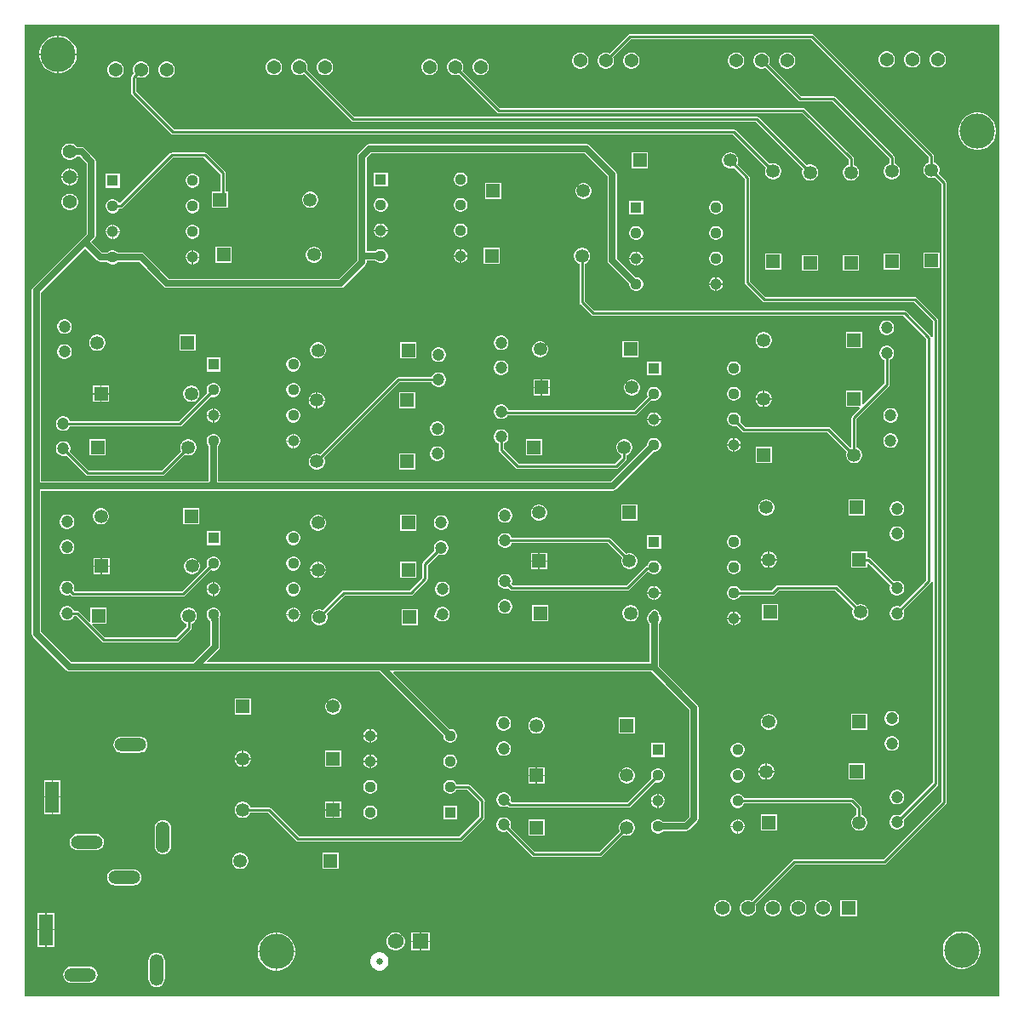
<source format=gbl>
G04*
G04 #@! TF.GenerationSoftware,Altium Limited,Altium Designer,23.8.1 (32)*
G04*
G04 Layer_Physical_Order=2*
G04 Layer_Color=16711680*
%FSLAX44Y44*%
%MOMM*%
G71*
G04*
G04 #@! TF.SameCoordinates,3F070380-BFD0-420E-B22A-88B72DBD322C*
G04*
G04*
G04 #@! TF.FilePolarity,Positive*
G04*
G01*
G75*
%ADD13C,0.2540*%
%ADD19C,1.4000*%
%ADD20R,1.4000X1.4000*%
%ADD21R,1.3620X3.1400*%
G04:AMPARAMS|DCode=22|XSize=1.362mm|YSize=3.14mm|CornerRadius=0.681mm|HoleSize=0mm|Usage=FLASHONLY|Rotation=90.000|XOffset=0mm|YOffset=0mm|HoleType=Round|Shape=RoundedRectangle|*
%AMROUNDEDRECTD22*
21,1,1.3620,1.7780,0,0,90.0*
21,1,0.0000,3.1400,0,0,90.0*
1,1,1.3620,0.8890,0.0000*
1,1,1.3620,0.8890,0.0000*
1,1,1.3620,-0.8890,0.0000*
1,1,1.3620,-0.8890,0.0000*
%
%ADD22ROUNDEDRECTD22*%
G04:AMPARAMS|DCode=23|XSize=1.362mm|YSize=3.14mm|CornerRadius=0.681mm|HoleSize=0mm|Usage=FLASHONLY|Rotation=0.000|XOffset=0mm|YOffset=0mm|HoleType=Round|Shape=RoundedRectangle|*
%AMROUNDEDRECTD23*
21,1,1.3620,1.7780,0,0,0.0*
21,1,0.0000,3.1400,0,0,0.0*
1,1,1.3620,0.0000,-0.8890*
1,1,1.3620,0.0000,-0.8890*
1,1,1.3620,0.0000,0.8890*
1,1,1.3620,0.0000,0.8890*
%
%ADD23ROUNDEDRECTD23*%
%ADD31R,1.3500X1.3500*%
%ADD32C,1.3500*%
%ADD33R,1.1300X1.1300*%
%ADD34C,1.1300*%
%ADD35C,3.5000*%
%ADD36C,1.2000*%
%ADD37R,1.3500X1.3500*%
%ADD38C,1.3700*%
%ADD39R,1.5750X1.5750*%
%ADD40C,1.5750*%
%ADD41C,0.6500*%
%ADD42C,0.6350*%
G36*
X970012Y0D02*
X0D01*
Y967472D01*
X970012D01*
Y0D01*
D02*
G37*
%LPC*%
G36*
X35370Y956531D02*
X34156D01*
Y938396D01*
X52291D01*
Y939610D01*
X51570Y943236D01*
X50155Y946652D01*
X48101Y949726D01*
X45486Y952340D01*
X42412Y954395D01*
X38996Y955810D01*
X35370Y956531D01*
D02*
G37*
G36*
X32886D02*
X31672D01*
X28046Y955810D01*
X24630Y954395D01*
X21556Y952340D01*
X18941Y949726D01*
X16887Y946652D01*
X15472Y943236D01*
X14751Y939610D01*
Y938396D01*
X32886D01*
Y956531D01*
D02*
G37*
G36*
X909620Y940801D02*
X907482D01*
X905417Y940248D01*
X903565Y939179D01*
X902053Y937667D01*
X900984Y935815D01*
X900431Y933750D01*
Y931612D01*
X900984Y929547D01*
X902053Y927695D01*
X903565Y926183D01*
X905417Y925114D01*
X907482Y924561D01*
X909620D01*
X911685Y925114D01*
X913537Y926183D01*
X915049Y927695D01*
X916118Y929547D01*
X916671Y931612D01*
Y933750D01*
X916118Y935815D01*
X915049Y937667D01*
X913537Y939179D01*
X911685Y940248D01*
X909620Y940801D01*
D02*
G37*
G36*
X884220D02*
X882082D01*
X880017Y940248D01*
X878165Y939179D01*
X876653Y937667D01*
X875584Y935815D01*
X875031Y933750D01*
Y931612D01*
X875584Y929547D01*
X876653Y927695D01*
X878165Y926183D01*
X880017Y925114D01*
X882082Y924561D01*
X884220D01*
X886285Y925114D01*
X888137Y926183D01*
X889649Y927695D01*
X890718Y929547D01*
X891271Y931612D01*
Y933750D01*
X890718Y935815D01*
X889649Y937667D01*
X888137Y939179D01*
X886285Y940248D01*
X884220Y940801D01*
D02*
G37*
G36*
X858820D02*
X856682D01*
X854617Y940248D01*
X852765Y939179D01*
X851253Y937667D01*
X850184Y935815D01*
X849631Y933750D01*
Y931612D01*
X850184Y929547D01*
X851253Y927695D01*
X852765Y926183D01*
X854617Y925114D01*
X856682Y924561D01*
X858820D01*
X860885Y925114D01*
X862737Y926183D01*
X864249Y927695D01*
X865318Y929547D01*
X865871Y931612D01*
Y933750D01*
X865318Y935815D01*
X864249Y937667D01*
X862737Y939179D01*
X860885Y940248D01*
X858820Y940801D01*
D02*
G37*
G36*
X759760Y939631D02*
X757622D01*
X755557Y939078D01*
X753705Y938009D01*
X752193Y936497D01*
X751124Y934645D01*
X750571Y932580D01*
Y930442D01*
X751124Y928377D01*
X752193Y926525D01*
X753705Y925013D01*
X755557Y923944D01*
X757622Y923391D01*
X759760D01*
X761825Y923944D01*
X763677Y925013D01*
X765189Y926525D01*
X766258Y928377D01*
X766811Y930442D01*
Y932580D01*
X766258Y934645D01*
X765189Y936497D01*
X763677Y938009D01*
X761825Y939078D01*
X759760Y939631D01*
D02*
G37*
G36*
X708960D02*
X706822D01*
X704757Y939078D01*
X702905Y938009D01*
X701393Y936497D01*
X700324Y934645D01*
X699771Y932580D01*
Y930442D01*
X700324Y928377D01*
X701393Y926525D01*
X702905Y925013D01*
X704757Y923944D01*
X706822Y923391D01*
X708960D01*
X711025Y923944D01*
X712877Y925013D01*
X714389Y926525D01*
X715458Y928377D01*
X716011Y930442D01*
Y932580D01*
X715458Y934645D01*
X714389Y936497D01*
X712877Y938009D01*
X711025Y939078D01*
X708960Y939631D01*
D02*
G37*
G36*
X604820D02*
X602682D01*
X600617Y939078D01*
X598765Y938009D01*
X597253Y936497D01*
X596184Y934645D01*
X595631Y932580D01*
Y930442D01*
X596184Y928377D01*
X597253Y926525D01*
X598765Y925013D01*
X600617Y923944D01*
X602682Y923391D01*
X604820D01*
X606885Y923944D01*
X608737Y925013D01*
X610249Y926525D01*
X611318Y928377D01*
X611871Y930442D01*
Y932580D01*
X611318Y934645D01*
X610249Y936497D01*
X608737Y938009D01*
X606885Y939078D01*
X604820Y939631D01*
D02*
G37*
G36*
X554020D02*
X551882D01*
X549817Y939078D01*
X547965Y938009D01*
X546453Y936497D01*
X545384Y934645D01*
X544831Y932580D01*
Y930442D01*
X545384Y928377D01*
X546453Y926525D01*
X547965Y925013D01*
X549817Y923944D01*
X551882Y923391D01*
X554020D01*
X556085Y923944D01*
X557937Y925013D01*
X559449Y926525D01*
X560518Y928377D01*
X561071Y930442D01*
Y932580D01*
X560518Y934645D01*
X559449Y936497D01*
X557937Y938009D01*
X556085Y939078D01*
X554020Y939631D01*
D02*
G37*
G36*
X52291Y937126D02*
X34156D01*
Y918991D01*
X35370D01*
X38996Y919712D01*
X42412Y921127D01*
X45486Y923181D01*
X48101Y925796D01*
X50155Y928870D01*
X51570Y932286D01*
X52291Y935912D01*
Y937126D01*
D02*
G37*
G36*
X32886D02*
X14751D01*
Y935912D01*
X15472Y932286D01*
X16887Y928870D01*
X18941Y925796D01*
X21556Y923181D01*
X24630Y921127D01*
X28046Y919712D01*
X31672Y918991D01*
X32886D01*
Y937126D01*
D02*
G37*
G36*
X454960Y933281D02*
X452822D01*
X450757Y932728D01*
X448905Y931659D01*
X447393Y930147D01*
X446324Y928295D01*
X445771Y926230D01*
Y924092D01*
X446324Y922027D01*
X447393Y920175D01*
X448905Y918663D01*
X450757Y917594D01*
X452822Y917041D01*
X454960D01*
X457025Y917594D01*
X458877Y918663D01*
X460389Y920175D01*
X461458Y922027D01*
X462011Y924092D01*
Y926230D01*
X461458Y928295D01*
X460389Y930147D01*
X458877Y931659D01*
X457025Y932728D01*
X454960Y933281D01*
D02*
G37*
G36*
X404160D02*
X402022D01*
X399957Y932728D01*
X398105Y931659D01*
X396593Y930147D01*
X395524Y928295D01*
X394971Y926230D01*
Y924092D01*
X395524Y922027D01*
X396593Y920175D01*
X398105Y918663D01*
X399957Y917594D01*
X402022Y917041D01*
X404160D01*
X406225Y917594D01*
X408077Y918663D01*
X409589Y920175D01*
X410658Y922027D01*
X411211Y924092D01*
Y926230D01*
X410658Y928295D01*
X409589Y930147D01*
X408077Y931659D01*
X406225Y932728D01*
X404160Y933281D01*
D02*
G37*
G36*
X300020Y933181D02*
X297882D01*
X295817Y932628D01*
X293965Y931559D01*
X292453Y930047D01*
X291384Y928195D01*
X290831Y926130D01*
Y923992D01*
X291384Y921927D01*
X292453Y920075D01*
X293965Y918563D01*
X295817Y917494D01*
X297882Y916941D01*
X300020D01*
X302085Y917494D01*
X303937Y918563D01*
X305449Y920075D01*
X306518Y921927D01*
X307071Y923992D01*
Y926130D01*
X306518Y928195D01*
X305449Y930047D01*
X303937Y931559D01*
X302085Y932628D01*
X300020Y933181D01*
D02*
G37*
G36*
X249220D02*
X247082D01*
X245017Y932628D01*
X243165Y931559D01*
X241653Y930047D01*
X240584Y928195D01*
X240031Y926130D01*
Y923992D01*
X240584Y921927D01*
X241653Y920075D01*
X243165Y918563D01*
X245017Y917494D01*
X247082Y916941D01*
X249220D01*
X251285Y917494D01*
X253137Y918563D01*
X254649Y920075D01*
X255718Y921927D01*
X256271Y923992D01*
Y926130D01*
X255718Y928195D01*
X254649Y930047D01*
X253137Y931559D01*
X251285Y932628D01*
X249220Y933181D01*
D02*
G37*
G36*
X142540Y930641D02*
X140402D01*
X138337Y930088D01*
X136485Y929019D01*
X134973Y927507D01*
X133904Y925655D01*
X133351Y923590D01*
Y921452D01*
X133904Y919387D01*
X134973Y917535D01*
X136485Y916023D01*
X138337Y914954D01*
X140402Y914401D01*
X142540D01*
X144605Y914954D01*
X146457Y916023D01*
X147969Y917535D01*
X149038Y919387D01*
X149591Y921452D01*
Y923590D01*
X149038Y925655D01*
X147969Y927507D01*
X146457Y929019D01*
X144605Y930088D01*
X142540Y930641D01*
D02*
G37*
G36*
X117140D02*
X115002D01*
X112937Y930088D01*
X111085Y929019D01*
X109573Y927507D01*
X108504Y925655D01*
X107951Y923590D01*
Y921452D01*
X108504Y919387D01*
X108786Y918899D01*
X106620Y916732D01*
X106058Y915892D01*
X105861Y914901D01*
Y899661D01*
X106058Y898670D01*
X106620Y897830D01*
X145990Y858460D01*
X146830Y857898D01*
X147821Y857701D01*
X704828D01*
X737509Y825020D01*
X737247Y824566D01*
X736701Y822527D01*
Y820415D01*
X737247Y818375D01*
X738303Y816547D01*
X739797Y815053D01*
X741625Y813997D01*
X743665Y813451D01*
X745777D01*
X747816Y813997D01*
X749645Y815053D01*
X751139Y816547D01*
X752194Y818375D01*
X752741Y820415D01*
Y822527D01*
X752194Y824566D01*
X751139Y826395D01*
X749645Y827889D01*
X747816Y828944D01*
X745777Y829491D01*
X743665D01*
X741625Y828944D01*
X741172Y828683D01*
X707732Y862122D01*
X706892Y862684D01*
X705901Y862881D01*
X148894D01*
X111041Y900734D01*
Y913828D01*
X112449Y915236D01*
X112937Y914954D01*
X115002Y914401D01*
X117140D01*
X119205Y914954D01*
X121057Y916023D01*
X122569Y917535D01*
X123638Y919387D01*
X124191Y921452D01*
Y923590D01*
X123638Y925655D01*
X122569Y927507D01*
X121057Y929019D01*
X119205Y930088D01*
X117140Y930641D01*
D02*
G37*
G36*
X91740D02*
X89602D01*
X87537Y930088D01*
X85685Y929019D01*
X84173Y927507D01*
X83104Y925655D01*
X82551Y923590D01*
Y921452D01*
X83104Y919387D01*
X84173Y917535D01*
X85685Y916023D01*
X87537Y914954D01*
X89602Y914401D01*
X91740D01*
X93805Y914954D01*
X95657Y916023D01*
X97169Y917535D01*
X98238Y919387D01*
X98791Y921452D01*
Y923590D01*
X98238Y925655D01*
X97169Y927507D01*
X95657Y929019D01*
X93805Y930088D01*
X91740Y930641D01*
D02*
G37*
G36*
X949715Y880064D02*
X946018D01*
X942391Y879343D01*
X938975Y877928D01*
X935901Y875874D01*
X933287Y873260D01*
X931233Y870185D01*
X929818Y866769D01*
X929096Y863143D01*
Y859446D01*
X929818Y855819D01*
X931233Y852403D01*
X933287Y849329D01*
X935901Y846715D01*
X938975Y844661D01*
X942391Y843246D01*
X946018Y842524D01*
X949715D01*
X953341Y843246D01*
X956757Y844661D01*
X959831Y846715D01*
X962446Y849329D01*
X964500Y852403D01*
X965915Y855819D01*
X966636Y859446D01*
Y863143D01*
X965915Y866769D01*
X964500Y870185D01*
X962446Y873260D01*
X959831Y875874D01*
X956757Y877928D01*
X953341Y879343D01*
X949715Y880064D01*
D02*
G37*
G36*
X620111Y840371D02*
X604071D01*
Y824331D01*
X620111D01*
Y840371D01*
D02*
G37*
G36*
X46040Y824111D02*
X45586D01*
Y816476D01*
X53221D01*
Y816930D01*
X52657Y819033D01*
X51569Y820919D01*
X50029Y822459D01*
X48143Y823547D01*
X46040Y824111D01*
D02*
G37*
G36*
X44316D02*
X43862D01*
X41759Y823547D01*
X39873Y822459D01*
X38333Y820919D01*
X37245Y819033D01*
X36681Y816930D01*
Y816476D01*
X44316D01*
Y824111D01*
D02*
G37*
G36*
X734360Y939631D02*
X732222D01*
X730157Y939078D01*
X728305Y938009D01*
X726793Y936497D01*
X725724Y934645D01*
X725171Y932580D01*
Y930442D01*
X725724Y928377D01*
X726793Y926525D01*
X728305Y925013D01*
X730157Y923944D01*
X732222Y923391D01*
X734360D01*
X736425Y923944D01*
X736913Y924226D01*
X769660Y891480D01*
X770500Y890918D01*
X771491Y890721D01*
X803888D01*
X860241Y834368D01*
Y829080D01*
X859735Y828944D01*
X857906Y827889D01*
X856413Y826395D01*
X855358Y824566D01*
X854811Y822527D01*
Y820415D01*
X855358Y818375D01*
X856413Y816547D01*
X857906Y815053D01*
X859735Y813997D01*
X861775Y813451D01*
X863887D01*
X865927Y813997D01*
X867755Y815053D01*
X869249Y816547D01*
X870304Y818375D01*
X870851Y820415D01*
Y822527D01*
X870304Y824566D01*
X869249Y826395D01*
X867755Y827889D01*
X865927Y828944D01*
X865421Y829080D01*
Y835441D01*
X865224Y836432D01*
X864662Y837272D01*
X806792Y895142D01*
X805952Y895704D01*
X804961Y895901D01*
X772564D01*
X740576Y927889D01*
X740858Y928377D01*
X741411Y930442D01*
Y932580D01*
X740858Y934645D01*
X739789Y936497D01*
X738277Y938009D01*
X736425Y939078D01*
X734360Y939631D01*
D02*
G37*
G36*
X429560Y933281D02*
X427422D01*
X425357Y932728D01*
X423505Y931659D01*
X421993Y930147D01*
X420924Y928295D01*
X420371Y926230D01*
Y924092D01*
X420924Y922027D01*
X421993Y920175D01*
X423505Y918663D01*
X425357Y917594D01*
X427422Y917041D01*
X429560D01*
X431625Y917594D01*
X432113Y917876D01*
X469940Y880050D01*
X470780Y879488D01*
X471771Y879291D01*
X773408D01*
X819601Y833098D01*
Y827810D01*
X819095Y827674D01*
X817266Y826619D01*
X815773Y825125D01*
X814717Y823297D01*
X814171Y821257D01*
Y819145D01*
X814717Y817105D01*
X815773Y815277D01*
X817266Y813783D01*
X819095Y812728D01*
X821135Y812181D01*
X823247D01*
X825286Y812728D01*
X827115Y813783D01*
X828609Y815277D01*
X829664Y817105D01*
X830211Y819145D01*
Y821257D01*
X829664Y823297D01*
X828609Y825125D01*
X827115Y826619D01*
X825286Y827674D01*
X824781Y827810D01*
Y834171D01*
X824584Y835162D01*
X824022Y836002D01*
X776312Y883712D01*
X775472Y884274D01*
X774481Y884471D01*
X472844D01*
X435776Y921539D01*
X436058Y922027D01*
X436611Y924092D01*
Y926230D01*
X436058Y928295D01*
X434989Y930147D01*
X433477Y931659D01*
X431625Y932728D01*
X429560Y933281D01*
D02*
G37*
G36*
X274620Y933181D02*
X272482D01*
X270417Y932628D01*
X268565Y931559D01*
X267053Y930047D01*
X265984Y928195D01*
X265431Y926130D01*
Y923992D01*
X265984Y921927D01*
X267053Y920075D01*
X268565Y918563D01*
X270417Y917494D01*
X272482Y916941D01*
X274620D01*
X276685Y917494D01*
X277978Y918241D01*
X325060Y871160D01*
X325900Y870598D01*
X326891Y870401D01*
X727688D01*
X774339Y823750D01*
X774078Y823297D01*
X773531Y821257D01*
Y819145D01*
X774078Y817105D01*
X775133Y815277D01*
X776627Y813783D01*
X778455Y812728D01*
X780495Y812181D01*
X782607D01*
X784647Y812728D01*
X786475Y813783D01*
X787969Y815277D01*
X789024Y817105D01*
X789571Y819145D01*
Y821257D01*
X789024Y823297D01*
X787969Y825125D01*
X786475Y826619D01*
X784647Y827674D01*
X782607Y828221D01*
X780495D01*
X778455Y827674D01*
X778002Y827413D01*
X730592Y874822D01*
X729752Y875384D01*
X728761Y875581D01*
X327964D01*
X281223Y922321D01*
X281671Y923992D01*
Y926130D01*
X281118Y928195D01*
X280049Y930047D01*
X278537Y931559D01*
X276685Y932628D01*
X274620Y933181D01*
D02*
G37*
G36*
X53221Y815206D02*
X45586D01*
Y807571D01*
X46040D01*
X48143Y808135D01*
X50029Y809223D01*
X51569Y810763D01*
X52657Y812649D01*
X53221Y814752D01*
Y815206D01*
D02*
G37*
G36*
X44316D02*
X36681D01*
Y814752D01*
X37245Y812649D01*
X38333Y810763D01*
X39873Y809223D01*
X41759Y808135D01*
X43862Y807571D01*
X44316D01*
Y815206D01*
D02*
G37*
G36*
X434812Y820221D02*
X432990D01*
X431230Y819749D01*
X429652Y818838D01*
X428364Y817550D01*
X427453Y815972D01*
X426981Y814212D01*
Y812390D01*
X427453Y810630D01*
X428364Y809052D01*
X429652Y807764D01*
X431230Y806852D01*
X432990Y806381D01*
X434812D01*
X436572Y806852D01*
X438150Y807764D01*
X439438Y809052D01*
X440349Y810630D01*
X440821Y812390D01*
Y814212D01*
X440349Y815972D01*
X439438Y817550D01*
X438150Y818838D01*
X436572Y819749D01*
X434812Y820221D01*
D02*
G37*
G36*
X361421D02*
X347581D01*
Y806381D01*
X361421D01*
Y820221D01*
D02*
G37*
G36*
X168112Y818951D02*
X166290D01*
X164530Y818479D01*
X162952Y817568D01*
X161664Y816280D01*
X160753Y814702D01*
X160281Y812942D01*
Y811120D01*
X160753Y809360D01*
X161664Y807782D01*
X162952Y806494D01*
X164530Y805583D01*
X166290Y805111D01*
X168112D01*
X169872Y805583D01*
X171450Y806494D01*
X172738Y807782D01*
X173649Y809360D01*
X174121Y811120D01*
Y812942D01*
X173649Y814702D01*
X172738Y816280D01*
X171450Y817568D01*
X169872Y818479D01*
X168112Y818951D01*
D02*
G37*
G36*
X94721D02*
X80881D01*
Y805111D01*
X94721D01*
Y818951D01*
D02*
G37*
G36*
X557097Y809891D02*
X554985D01*
X552945Y809344D01*
X551117Y808289D01*
X549623Y806795D01*
X548568Y804967D01*
X548021Y802927D01*
Y800815D01*
X548568Y798775D01*
X549623Y796946D01*
X551117Y795453D01*
X552945Y794398D01*
X554985Y793851D01*
X557097D01*
X559137Y794398D01*
X560965Y795453D01*
X562459Y796946D01*
X563514Y798775D01*
X564061Y800815D01*
Y802927D01*
X563514Y804967D01*
X562459Y806795D01*
X560965Y808289D01*
X559137Y809344D01*
X557097Y809891D01*
D02*
G37*
G36*
X474061D02*
X458021D01*
Y793851D01*
X474061D01*
Y809891D01*
D02*
G37*
G36*
X285317Y801001D02*
X283205D01*
X281165Y800454D01*
X279337Y799399D01*
X277843Y797905D01*
X276787Y796077D01*
X276241Y794037D01*
Y791925D01*
X276787Y789885D01*
X277843Y788056D01*
X279337Y786563D01*
X281165Y785508D01*
X283205Y784961D01*
X285317D01*
X287356Y785508D01*
X289185Y786563D01*
X290679Y788056D01*
X291734Y789885D01*
X292281Y791925D01*
Y794037D01*
X291734Y796077D01*
X290679Y797905D01*
X289185Y799399D01*
X287356Y800454D01*
X285317Y801001D01*
D02*
G37*
G36*
X179571Y840021D02*
X146551D01*
X145560Y839824D01*
X144720Y839262D01*
X95354Y789897D01*
X93787Y790103D01*
X93338Y790880D01*
X92050Y792168D01*
X90472Y793079D01*
X88712Y793551D01*
X86890D01*
X85130Y793079D01*
X83552Y792168D01*
X82264Y790880D01*
X81353Y789302D01*
X80881Y787542D01*
Y785720D01*
X81353Y783960D01*
X82264Y782382D01*
X83552Y781094D01*
X85130Y780182D01*
X86890Y779711D01*
X88712D01*
X90472Y780182D01*
X92050Y781094D01*
X93338Y782382D01*
X94249Y783960D01*
X94277Y784063D01*
X95773D01*
X96764Y784260D01*
X97604Y784822D01*
X147624Y834841D01*
X178498D01*
X194785Y818554D01*
Y801001D01*
X186241D01*
Y784961D01*
X202281D01*
Y801001D01*
X199965D01*
Y819627D01*
X199767Y820618D01*
X199206Y821458D01*
X181402Y839262D01*
X180562Y839824D01*
X179571Y840021D01*
D02*
G37*
G36*
X46040Y799111D02*
X43862D01*
X41759Y798547D01*
X39873Y797459D01*
X38333Y795919D01*
X37245Y794033D01*
X36681Y791930D01*
Y789752D01*
X37245Y787649D01*
X38333Y785763D01*
X39873Y784223D01*
X41759Y783135D01*
X43862Y782571D01*
X46040D01*
X48143Y783135D01*
X50029Y784223D01*
X51569Y785763D01*
X52657Y787649D01*
X53221Y789752D01*
Y791930D01*
X52657Y794033D01*
X51569Y795919D01*
X50029Y797459D01*
X48143Y798547D01*
X46040Y799111D01*
D02*
G37*
G36*
X434812Y794821D02*
X432990D01*
X431230Y794349D01*
X429652Y793438D01*
X428364Y792150D01*
X427453Y790572D01*
X426981Y788812D01*
Y786990D01*
X427453Y785230D01*
X428364Y783652D01*
X429652Y782364D01*
X431230Y781452D01*
X432990Y780981D01*
X434812D01*
X436572Y781452D01*
X438150Y782364D01*
X439438Y783652D01*
X440349Y785230D01*
X440821Y786990D01*
Y788812D01*
X440349Y790572D01*
X439438Y792150D01*
X438150Y793438D01*
X436572Y794349D01*
X434812Y794821D01*
D02*
G37*
G36*
X355412D02*
X353590D01*
X351830Y794349D01*
X350252Y793438D01*
X348964Y792150D01*
X348052Y790572D01*
X347581Y788812D01*
Y786990D01*
X348052Y785230D01*
X348964Y783652D01*
X350252Y782364D01*
X351830Y781452D01*
X353590Y780981D01*
X355412D01*
X357172Y781452D01*
X358750Y782364D01*
X360038Y783652D01*
X360949Y785230D01*
X361421Y786990D01*
Y788812D01*
X360949Y790572D01*
X360038Y792150D01*
X358750Y793438D01*
X357172Y794349D01*
X355412Y794821D01*
D02*
G37*
G36*
X168112Y793551D02*
X166290D01*
X164530Y793079D01*
X162952Y792168D01*
X161664Y790880D01*
X160753Y789302D01*
X160281Y787542D01*
Y785720D01*
X160753Y783960D01*
X161664Y782382D01*
X162952Y781094D01*
X164530Y780182D01*
X166290Y779711D01*
X168112D01*
X169872Y780182D01*
X171450Y781094D01*
X172738Y782382D01*
X173649Y783960D01*
X174121Y785720D01*
Y787542D01*
X173649Y789302D01*
X172738Y790880D01*
X171450Y792168D01*
X169872Y793079D01*
X168112Y793551D01*
D02*
G37*
G36*
X688812Y792281D02*
X686990D01*
X685230Y791809D01*
X683652Y790898D01*
X682364Y789610D01*
X681452Y788032D01*
X680981Y786272D01*
Y784450D01*
X681452Y782690D01*
X682364Y781112D01*
X683652Y779824D01*
X685230Y778913D01*
X686990Y778441D01*
X688812D01*
X690572Y778913D01*
X692150Y779824D01*
X693438Y781112D01*
X694349Y782690D01*
X694821Y784450D01*
Y786272D01*
X694349Y788032D01*
X693438Y789610D01*
X692150Y790898D01*
X690572Y791809D01*
X688812Y792281D01*
D02*
G37*
G36*
X615421D02*
X601581D01*
Y778441D01*
X615421D01*
Y792281D01*
D02*
G37*
G36*
X355412Y769421D02*
X355136D01*
Y763136D01*
X361421D01*
Y763412D01*
X360949Y765172D01*
X360038Y766750D01*
X358750Y768038D01*
X357172Y768949D01*
X355412Y769421D01*
D02*
G37*
G36*
X353866D02*
X353590D01*
X351830Y768949D01*
X350252Y768038D01*
X348964Y766750D01*
X348052Y765172D01*
X347581Y763412D01*
Y763136D01*
X353866D01*
Y769421D01*
D02*
G37*
G36*
X88712Y768151D02*
X88436D01*
Y761866D01*
X94721D01*
Y762142D01*
X94249Y763902D01*
X93338Y765480D01*
X92050Y766768D01*
X90472Y767679D01*
X88712Y768151D01*
D02*
G37*
G36*
X87166D02*
X86890D01*
X85130Y767679D01*
X83552Y766768D01*
X82264Y765480D01*
X81353Y763902D01*
X80881Y762142D01*
Y761866D01*
X87166D01*
Y768151D01*
D02*
G37*
G36*
X434812Y769421D02*
X432990D01*
X431230Y768949D01*
X429652Y768038D01*
X428364Y766750D01*
X427453Y765172D01*
X426981Y763412D01*
Y761590D01*
X427453Y759830D01*
X428364Y758252D01*
X429652Y756964D01*
X431230Y756052D01*
X432990Y755581D01*
X434812D01*
X436572Y756052D01*
X438150Y756964D01*
X439438Y758252D01*
X440349Y759830D01*
X440821Y761590D01*
Y763412D01*
X440349Y765172D01*
X439438Y766750D01*
X438150Y768038D01*
X436572Y768949D01*
X434812Y769421D01*
D02*
G37*
G36*
X361421Y761866D02*
X355136D01*
Y755581D01*
X355412D01*
X357172Y756052D01*
X358750Y756964D01*
X360038Y758252D01*
X360949Y759830D01*
X361421Y761590D01*
Y761866D01*
D02*
G37*
G36*
X353866D02*
X347581D01*
Y761590D01*
X348052Y759830D01*
X348964Y758252D01*
X350252Y756964D01*
X351830Y756052D01*
X353590Y755581D01*
X353866D01*
Y761866D01*
D02*
G37*
G36*
X168112Y768151D02*
X166290D01*
X164530Y767679D01*
X162952Y766768D01*
X161664Y765480D01*
X160753Y763902D01*
X160281Y762142D01*
Y760320D01*
X160753Y758560D01*
X161664Y756982D01*
X162952Y755694D01*
X164530Y754782D01*
X166290Y754311D01*
X168112D01*
X169872Y754782D01*
X171450Y755694D01*
X172738Y756982D01*
X173649Y758560D01*
X174121Y760320D01*
Y762142D01*
X173649Y763902D01*
X172738Y765480D01*
X171450Y766768D01*
X169872Y767679D01*
X168112Y768151D01*
D02*
G37*
G36*
X94721Y760596D02*
X88436D01*
Y754311D01*
X88712D01*
X90472Y754782D01*
X92050Y755694D01*
X93338Y756982D01*
X94249Y758560D01*
X94721Y760320D01*
Y760596D01*
D02*
G37*
G36*
X87166D02*
X80881D01*
Y760320D01*
X81353Y758560D01*
X82264Y756982D01*
X83552Y755694D01*
X85130Y754782D01*
X86890Y754311D01*
X87166D01*
Y760596D01*
D02*
G37*
G36*
X688812Y766881D02*
X686990D01*
X685230Y766409D01*
X683652Y765498D01*
X682364Y764210D01*
X681452Y762632D01*
X680981Y760872D01*
Y759050D01*
X681452Y757290D01*
X682364Y755712D01*
X683652Y754424D01*
X685230Y753512D01*
X686990Y753041D01*
X688812D01*
X690572Y753512D01*
X692150Y754424D01*
X693438Y755712D01*
X694349Y757290D01*
X694821Y759050D01*
Y760872D01*
X694349Y762632D01*
X693438Y764210D01*
X692150Y765498D01*
X690572Y766409D01*
X688812Y766881D01*
D02*
G37*
G36*
X609412D02*
X607590D01*
X605830Y766409D01*
X604252Y765498D01*
X602964Y764210D01*
X602052Y762632D01*
X601581Y760872D01*
Y759050D01*
X602052Y757290D01*
X602964Y755712D01*
X604252Y754424D01*
X605830Y753512D01*
X607590Y753041D01*
X609412D01*
X611172Y753512D01*
X612750Y754424D01*
X614038Y755712D01*
X614949Y757290D01*
X615421Y759050D01*
Y760872D01*
X614949Y762632D01*
X614038Y764210D01*
X612750Y765498D01*
X611172Y766409D01*
X609412Y766881D01*
D02*
G37*
G36*
X434812Y744021D02*
X434536D01*
Y737736D01*
X440821D01*
Y738012D01*
X440349Y739772D01*
X439438Y741350D01*
X438150Y742638D01*
X436572Y743549D01*
X434812Y744021D01*
D02*
G37*
G36*
X433266D02*
X432990D01*
X431230Y743549D01*
X429652Y742638D01*
X428364Y741350D01*
X427453Y739772D01*
X426981Y738012D01*
Y737736D01*
X433266D01*
Y744021D01*
D02*
G37*
G36*
X168112Y742751D02*
X167836D01*
Y736466D01*
X174121D01*
Y736742D01*
X173649Y738502D01*
X172738Y740080D01*
X171450Y741368D01*
X169872Y742279D01*
X168112Y742751D01*
D02*
G37*
G36*
X166566D02*
X166290D01*
X164530Y742279D01*
X162952Y741368D01*
X161664Y740080D01*
X160753Y738502D01*
X160281Y736742D01*
Y736466D01*
X166566D01*
Y742751D01*
D02*
G37*
G36*
X609412Y741481D02*
X609136D01*
Y735196D01*
X615421D01*
Y735472D01*
X614949Y737232D01*
X614038Y738810D01*
X612750Y740098D01*
X611172Y741009D01*
X609412Y741481D01*
D02*
G37*
G36*
X607866D02*
X607590D01*
X605830Y741009D01*
X604252Y740098D01*
X602964Y738810D01*
X602052Y737232D01*
X601581Y735472D01*
Y735196D01*
X607866D01*
Y741481D01*
D02*
G37*
G36*
X289127Y746391D02*
X287015D01*
X284975Y745844D01*
X283147Y744789D01*
X281653Y743295D01*
X280597Y741467D01*
X280051Y739427D01*
Y737315D01*
X280597Y735275D01*
X281653Y733447D01*
X283147Y731953D01*
X284975Y730898D01*
X287015Y730351D01*
X289127D01*
X291166Y730898D01*
X292995Y731953D01*
X294489Y733447D01*
X295544Y735275D01*
X296091Y737315D01*
Y739427D01*
X295544Y741467D01*
X294489Y743295D01*
X292995Y744789D01*
X291166Y745844D01*
X289127Y746391D01*
D02*
G37*
G36*
X206091D02*
X190051D01*
Y730351D01*
X206091D01*
Y746391D01*
D02*
G37*
G36*
X440821Y736466D02*
X434536D01*
Y730181D01*
X434812D01*
X436572Y730652D01*
X438150Y731564D01*
X439438Y732852D01*
X440349Y734430D01*
X440821Y736190D01*
Y736466D01*
D02*
G37*
G36*
X433266D02*
X426981D01*
Y736190D01*
X427453Y734430D01*
X428364Y732852D01*
X429652Y731564D01*
X431230Y730652D01*
X432990Y730181D01*
X433266D01*
Y736466D01*
D02*
G37*
G36*
X472791Y745121D02*
X456751D01*
Y729081D01*
X472791D01*
Y745121D01*
D02*
G37*
G36*
X174121Y735196D02*
X167836D01*
Y728911D01*
X168112D01*
X169872Y729382D01*
X171450Y730294D01*
X172738Y731582D01*
X173649Y733160D01*
X174121Y734920D01*
Y735196D01*
D02*
G37*
G36*
X166566D02*
X160281D01*
Y734920D01*
X160753Y733160D01*
X161664Y731582D01*
X162952Y730294D01*
X164530Y729382D01*
X166290Y728911D01*
X166566D01*
Y735196D01*
D02*
G37*
G36*
X688812Y741481D02*
X686990D01*
X685230Y741009D01*
X683652Y740098D01*
X682364Y738810D01*
X681452Y737232D01*
X680981Y735472D01*
Y733650D01*
X681452Y731890D01*
X682364Y730312D01*
X683652Y729024D01*
X685230Y728112D01*
X686990Y727641D01*
X688812D01*
X690572Y728112D01*
X692150Y729024D01*
X693438Y730312D01*
X694349Y731890D01*
X694821Y733650D01*
Y735472D01*
X694349Y737232D01*
X693438Y738810D01*
X692150Y740098D01*
X690572Y741009D01*
X688812Y741481D01*
D02*
G37*
G36*
X615421Y733926D02*
X609136D01*
Y727641D01*
X609412D01*
X611172Y728112D01*
X612750Y729024D01*
X614038Y730312D01*
X614949Y731890D01*
X615421Y733650D01*
Y733926D01*
D02*
G37*
G36*
X607866D02*
X601581D01*
Y733650D01*
X602052Y731890D01*
X602964Y730312D01*
X604252Y729024D01*
X605830Y728112D01*
X607590Y727641D01*
X607866D01*
Y733926D01*
D02*
G37*
G36*
X910221Y740761D02*
X894181D01*
Y724721D01*
X910221D01*
Y740761D01*
D02*
G37*
G36*
X870851Y739491D02*
X854811D01*
Y723451D01*
X870851D01*
Y739491D01*
D02*
G37*
G36*
X752741D02*
X736701D01*
Y723451D01*
X752741D01*
Y739491D01*
D02*
G37*
G36*
X830211Y738221D02*
X814171D01*
Y722181D01*
X830211D01*
Y738221D01*
D02*
G37*
G36*
X789571D02*
X773531D01*
Y722181D01*
X789571D01*
Y738221D01*
D02*
G37*
G36*
X688812Y716081D02*
X688536D01*
Y709796D01*
X694821D01*
Y710072D01*
X694349Y711832D01*
X693438Y713410D01*
X692150Y714698D01*
X690572Y715609D01*
X688812Y716081D01*
D02*
G37*
G36*
X687266D02*
X686990D01*
X685230Y715609D01*
X683652Y714698D01*
X682364Y713410D01*
X681452Y711832D01*
X680981Y710072D01*
Y709796D01*
X687266D01*
Y716081D01*
D02*
G37*
G36*
X694821Y708526D02*
X688536D01*
Y702241D01*
X688812D01*
X690572Y702712D01*
X692150Y703624D01*
X693438Y704912D01*
X694349Y706490D01*
X694821Y708250D01*
Y708526D01*
D02*
G37*
G36*
X687266D02*
X680981D01*
Y708250D01*
X681452Y706490D01*
X682364Y704912D01*
X683652Y703624D01*
X685230Y702712D01*
X686990Y702241D01*
X687266D01*
Y708526D01*
D02*
G37*
G36*
X46040Y849111D02*
X43862D01*
X41759Y848547D01*
X39873Y847459D01*
X38333Y845919D01*
X37245Y844033D01*
X36681Y841930D01*
Y839752D01*
X37245Y837649D01*
X38333Y835763D01*
X39873Y834223D01*
X41759Y833135D01*
X43862Y832571D01*
X46040D01*
X48143Y833135D01*
X50029Y834223D01*
X51569Y835763D01*
X51884Y836309D01*
X54904D01*
X62009Y829204D01*
Y759298D01*
X56986Y754276D01*
X56986Y754276D01*
X8726Y706016D01*
X7744Y704545D01*
X7399Y702811D01*
Y508031D01*
Y361181D01*
X7744Y359447D01*
X8726Y357976D01*
X41746Y324956D01*
X41746Y324956D01*
X43217Y323974D01*
X44951Y323629D01*
X44951Y323629D01*
X352954D01*
X416491Y260092D01*
Y258670D01*
X416963Y256910D01*
X417874Y255332D01*
X419162Y254044D01*
X420740Y253132D01*
X422500Y252661D01*
X424322D01*
X426082Y253132D01*
X427660Y254044D01*
X428948Y255332D01*
X429859Y256910D01*
X430331Y258670D01*
Y260492D01*
X429859Y262252D01*
X428948Y263830D01*
X427660Y265118D01*
X426082Y266029D01*
X424322Y266501D01*
X422900D01*
X366946Y322455D01*
X367432Y323629D01*
X623464D01*
X661449Y285644D01*
Y178908D01*
X656484Y173943D01*
X635345D01*
X634340Y174948D01*
X632762Y175859D01*
X631002Y176331D01*
X629180D01*
X627420Y175859D01*
X625842Y174948D01*
X624554Y173660D01*
X623643Y172082D01*
X623171Y170322D01*
Y168500D01*
X623643Y166740D01*
X624554Y165162D01*
X625842Y163874D01*
X627420Y162962D01*
X629180Y162491D01*
X631002D01*
X632762Y162962D01*
X634340Y163874D01*
X635345Y164879D01*
X658361D01*
X660095Y165224D01*
X661566Y166206D01*
X669186Y173826D01*
X670168Y175297D01*
X670513Y177031D01*
Y287521D01*
X670168Y289255D01*
X669186Y290726D01*
X631421Y328490D01*
X631143Y329887D01*
Y371497D01*
X631818Y372172D01*
X632729Y373750D01*
X633201Y375510D01*
Y377332D01*
X632729Y379092D01*
X631818Y380670D01*
X630974Y381515D01*
X630798Y382398D01*
X629816Y383868D01*
X628345Y384851D01*
X626611Y385196D01*
X624877Y384851D01*
X623406Y383868D01*
X622424Y382398D01*
X622376Y382157D01*
X622032Y381958D01*
X620744Y380670D01*
X619832Y379092D01*
X619361Y377332D01*
Y375510D01*
X619832Y373750D01*
X620744Y372172D01*
X622032Y370884D01*
X622079Y370857D01*
Y332693D01*
X182012D01*
X181526Y333866D01*
X192936Y345276D01*
X193918Y346747D01*
X194263Y348481D01*
X194263Y348481D01*
Y375131D01*
X194263Y375131D01*
X193985Y376530D01*
X194579Y377560D01*
X195051Y379320D01*
Y381142D01*
X194579Y382902D01*
X193668Y384480D01*
X192380Y385768D01*
X190802Y386679D01*
X189042Y387151D01*
X187220D01*
X185460Y386679D01*
X183882Y385768D01*
X182594Y384480D01*
X181682Y382902D01*
X181211Y381142D01*
Y379320D01*
X181682Y377560D01*
X182594Y375982D01*
X183882Y374694D01*
X184877Y374119D01*
X184891Y374049D01*
X185199Y373588D01*
Y350358D01*
X167534Y332693D01*
X46828D01*
X16463Y363058D01*
Y503499D01*
X585171D01*
X586905Y503844D01*
X588376Y504826D01*
X625770Y542221D01*
X627192D01*
X628952Y542692D01*
X630530Y543604D01*
X631818Y544892D01*
X632729Y546470D01*
X633201Y548230D01*
Y550052D01*
X632729Y551812D01*
X631818Y553390D01*
X630530Y554678D01*
X628952Y555589D01*
X627192Y556061D01*
X625370D01*
X623610Y555589D01*
X622032Y554678D01*
X620744Y553390D01*
X619832Y551812D01*
X619361Y550052D01*
Y548630D01*
X583294Y512563D01*
X192663D01*
Y547697D01*
X193668Y548702D01*
X194579Y550280D01*
X195051Y552040D01*
Y553862D01*
X194579Y555622D01*
X193668Y557200D01*
X192380Y558488D01*
X190802Y559399D01*
X189042Y559871D01*
X187220D01*
X185460Y559399D01*
X183882Y558488D01*
X182594Y557200D01*
X181682Y555622D01*
X181211Y553862D01*
Y552040D01*
X181682Y550280D01*
X182594Y548702D01*
X183599Y547697D01*
Y513388D01*
X182774Y512563D01*
X16463D01*
Y700934D01*
X60191Y744662D01*
X72226Y732626D01*
X73697Y731644D01*
X75431Y731299D01*
X82547D01*
X83552Y730294D01*
X85130Y729382D01*
X86890Y728911D01*
X88712D01*
X90472Y729382D01*
X92050Y730294D01*
X93055Y731299D01*
X114194D01*
X138901Y706591D01*
X140372Y705609D01*
X142106Y705264D01*
X142106Y705264D01*
X314826D01*
X316560Y705609D01*
X318031Y706591D01*
X338986Y727546D01*
X339968Y729017D01*
X340313Y730751D01*
Y732569D01*
X349247D01*
X350252Y731564D01*
X351830Y730652D01*
X353590Y730181D01*
X355412D01*
X357172Y730652D01*
X358750Y731564D01*
X360038Y732852D01*
X360949Y734430D01*
X361421Y736190D01*
Y738012D01*
X360949Y739772D01*
X360038Y741350D01*
X358750Y742638D01*
X357172Y743549D01*
X355412Y744021D01*
X353590D01*
X351830Y743549D01*
X350252Y742638D01*
X349247Y741633D01*
X340313D01*
Y834284D01*
X345278Y839249D01*
X557424D01*
X580169Y816504D01*
Y732961D01*
X580514Y731227D01*
X581496Y729756D01*
X601581Y709672D01*
Y708250D01*
X602052Y706490D01*
X602964Y704912D01*
X604252Y703624D01*
X605830Y702712D01*
X607590Y702241D01*
X609412D01*
X611172Y702712D01*
X612750Y703624D01*
X614038Y704912D01*
X614949Y706490D01*
X615421Y708250D01*
Y710072D01*
X614949Y711832D01*
X614038Y713410D01*
X612750Y714698D01*
X611172Y715609D01*
X609412Y716081D01*
X607990D01*
X589233Y734838D01*
Y818381D01*
X589233Y818381D01*
X588888Y820115D01*
X587906Y821586D01*
X587906Y821586D01*
X562506Y846986D01*
X561035Y847968D01*
X559301Y848313D01*
X343401D01*
X341667Y847968D01*
X340196Y846986D01*
X332576Y839366D01*
X331594Y837895D01*
X331249Y836161D01*
Y737101D01*
Y732628D01*
X312949Y714328D01*
X143983D01*
X119276Y739036D01*
X117805Y740018D01*
X116071Y740363D01*
X93055D01*
X92050Y741368D01*
X90472Y742279D01*
X88712Y742751D01*
X86890D01*
X85130Y742279D01*
X83552Y741368D01*
X82547Y740363D01*
X77308D01*
X66600Y751071D01*
X69745Y754216D01*
X69746Y754216D01*
X70728Y755687D01*
X71073Y757421D01*
Y831081D01*
X70728Y832815D01*
X69746Y834286D01*
X69745Y834286D01*
X59986Y844046D01*
X58515Y845028D01*
X56781Y845373D01*
X51884D01*
X51569Y845919D01*
X50029Y847459D01*
X48143Y848547D01*
X46040Y849111D01*
D02*
G37*
G36*
X40828Y674121D02*
X38914D01*
X37065Y673625D01*
X35407Y672668D01*
X34053Y671315D01*
X33096Y669657D01*
X32601Y667808D01*
Y665894D01*
X33096Y664045D01*
X34053Y662387D01*
X35407Y661033D01*
X37065Y660076D01*
X38914Y659581D01*
X40828D01*
X42677Y660076D01*
X44335Y661033D01*
X45688Y662387D01*
X46645Y664045D01*
X47141Y665894D01*
Y667808D01*
X46645Y669657D01*
X45688Y671315D01*
X44335Y672668D01*
X42677Y673625D01*
X40828Y674121D01*
D02*
G37*
G36*
X858708Y672851D02*
X856794D01*
X854945Y672355D01*
X853287Y671398D01*
X851934Y670045D01*
X850976Y668387D01*
X850481Y666538D01*
Y664624D01*
X850976Y662775D01*
X851934Y661117D01*
X853287Y659763D01*
X854945Y658806D01*
X856794Y658311D01*
X858708D01*
X860557Y658806D01*
X862215Y659763D01*
X863568Y661117D01*
X864526Y662775D01*
X865021Y664624D01*
Y666538D01*
X864526Y668387D01*
X863568Y670045D01*
X862215Y671398D01*
X860557Y672355D01*
X858708Y672851D01*
D02*
G37*
G36*
X703147Y840371D02*
X701035D01*
X698995Y839824D01*
X697167Y838769D01*
X695673Y837275D01*
X694617Y835446D01*
X694071Y833407D01*
Y831295D01*
X694617Y829255D01*
X695673Y827427D01*
X697167Y825933D01*
X698995Y824877D01*
X701035Y824331D01*
X703147D01*
X705186Y824877D01*
X705640Y825139D01*
X716731Y814048D01*
Y710431D01*
X716928Y709440D01*
X717490Y708600D01*
X734000Y692090D01*
X734840Y691528D01*
X735831Y691331D01*
X884618D01*
X903421Y672528D01*
Y656446D01*
X902151Y656321D01*
X902054Y656812D01*
X901492Y657652D01*
X877362Y681782D01*
X876522Y682344D01*
X875531Y682541D01*
X566724D01*
X557361Y691904D01*
Y729492D01*
X557867Y729628D01*
X559695Y730683D01*
X561189Y732177D01*
X562244Y734005D01*
X562791Y736045D01*
Y738157D01*
X562244Y740197D01*
X561189Y742025D01*
X559695Y743519D01*
X557867Y744574D01*
X555827Y745121D01*
X553715D01*
X551675Y744574D01*
X549847Y743519D01*
X548353Y742025D01*
X547298Y740197D01*
X546751Y738157D01*
Y736045D01*
X547298Y734005D01*
X548353Y732177D01*
X549847Y730683D01*
X551675Y729628D01*
X552181Y729492D01*
Y690831D01*
X552378Y689840D01*
X552940Y689000D01*
X563820Y678120D01*
X564660Y677558D01*
X565651Y677361D01*
X874458D01*
X897071Y654748D01*
Y414324D01*
X870911Y388163D01*
X870717Y388275D01*
X868868Y388771D01*
X866954D01*
X865105Y388275D01*
X863447Y387318D01*
X862094Y385965D01*
X861136Y384307D01*
X860641Y382458D01*
Y380544D01*
X861136Y378695D01*
X862094Y377037D01*
X863447Y375684D01*
X865105Y374726D01*
X866954Y374231D01*
X868868D01*
X870717Y374726D01*
X872375Y375684D01*
X873728Y377037D01*
X874686Y378695D01*
X875181Y380544D01*
Y382458D01*
X874686Y384307D01*
X874574Y384501D01*
X901492Y411420D01*
X902054Y412260D01*
X902151Y412751D01*
X903421Y412626D01*
Y212794D01*
X870911Y180284D01*
X870717Y180396D01*
X868868Y180891D01*
X866954D01*
X865105Y180396D01*
X863447Y179438D01*
X862094Y178085D01*
X861136Y176427D01*
X860641Y174578D01*
Y172664D01*
X861136Y170815D01*
X862094Y169157D01*
X863447Y167803D01*
X865105Y166846D01*
X866954Y166351D01*
X868868D01*
X870717Y166846D01*
X872375Y167803D01*
X873728Y169157D01*
X874686Y170815D01*
X875181Y172664D01*
Y174578D01*
X874686Y176427D01*
X874574Y176621D01*
X907842Y209890D01*
X908404Y210730D01*
X908601Y211721D01*
Y673601D01*
X908404Y674592D01*
X907842Y675432D01*
X887522Y695752D01*
X886682Y696314D01*
X885691Y696511D01*
X736904D01*
X721911Y711504D01*
Y815121D01*
X721714Y816112D01*
X721152Y816952D01*
X709303Y828802D01*
X709564Y829255D01*
X710111Y831295D01*
Y833407D01*
X709564Y835446D01*
X708509Y837275D01*
X707015Y838769D01*
X705186Y839824D01*
X703147Y840371D01*
D02*
G37*
G36*
X833301Y661301D02*
X817261D01*
Y645261D01*
X833301D01*
Y661301D01*
D02*
G37*
G36*
X736337D02*
X734225D01*
X732185Y660754D01*
X730357Y659699D01*
X728863Y658205D01*
X727807Y656376D01*
X727261Y654337D01*
Y652225D01*
X727807Y650185D01*
X728863Y648356D01*
X730357Y646863D01*
X732185Y645807D01*
X734225Y645261D01*
X736337D01*
X738376Y645807D01*
X740205Y646863D01*
X741699Y648356D01*
X742754Y650185D01*
X743301Y652225D01*
Y654337D01*
X742754Y656376D01*
X741699Y658205D01*
X740205Y659699D01*
X738376Y660754D01*
X736337Y661301D01*
D02*
G37*
G36*
X475168Y658011D02*
X473254D01*
X471405Y657515D01*
X469747Y656558D01*
X468394Y655205D01*
X467436Y653547D01*
X466941Y651698D01*
Y649784D01*
X467436Y647935D01*
X468394Y646277D01*
X469747Y644923D01*
X471405Y643966D01*
X473254Y643471D01*
X475168D01*
X477017Y643966D01*
X478675Y644923D01*
X480028Y646277D01*
X480985Y647935D01*
X481481Y649784D01*
Y651698D01*
X480985Y653547D01*
X480028Y655205D01*
X478675Y656558D01*
X477017Y657515D01*
X475168Y658011D01*
D02*
G37*
G36*
X170361Y658761D02*
X154321D01*
Y642721D01*
X170361D01*
Y658761D01*
D02*
G37*
G36*
X73397D02*
X71285D01*
X69245Y658214D01*
X67417Y657159D01*
X65923Y655665D01*
X64868Y653837D01*
X64321Y651797D01*
Y649685D01*
X64868Y647645D01*
X65923Y645816D01*
X67417Y644323D01*
X69245Y643268D01*
X71285Y642721D01*
X73397D01*
X75437Y643268D01*
X77265Y644323D01*
X78759Y645816D01*
X79814Y647645D01*
X80361Y649685D01*
Y651797D01*
X79814Y653837D01*
X78759Y655665D01*
X77265Y657159D01*
X75437Y658214D01*
X73397Y658761D01*
D02*
G37*
G36*
X611051Y652411D02*
X595011D01*
Y636371D01*
X611051D01*
Y652411D01*
D02*
G37*
G36*
X514087D02*
X511975D01*
X509935Y651864D01*
X508106Y650809D01*
X506613Y649315D01*
X505558Y647486D01*
X505011Y645447D01*
Y643335D01*
X505558Y641295D01*
X506613Y639467D01*
X508106Y637973D01*
X509935Y636917D01*
X511975Y636371D01*
X514087D01*
X516127Y636917D01*
X517955Y637973D01*
X519449Y639467D01*
X520504Y641295D01*
X521051Y643335D01*
Y645447D01*
X520504Y647486D01*
X519449Y649315D01*
X517955Y650809D01*
X516127Y651864D01*
X514087Y652411D01*
D02*
G37*
G36*
X390071Y651141D02*
X374031D01*
Y635101D01*
X390071D01*
Y651141D01*
D02*
G37*
G36*
X293107D02*
X290995D01*
X288955Y650594D01*
X287127Y649539D01*
X285633Y648045D01*
X284578Y646217D01*
X284031Y644177D01*
Y642065D01*
X284578Y640025D01*
X285633Y638196D01*
X287127Y636703D01*
X288955Y635648D01*
X290995Y635101D01*
X293107D01*
X295147Y635648D01*
X296975Y636703D01*
X298468Y638196D01*
X299524Y640025D01*
X300071Y642065D01*
Y644177D01*
X299524Y646217D01*
X298468Y648045D01*
X296975Y649539D01*
X295147Y650594D01*
X293107Y651141D01*
D02*
G37*
G36*
X40828Y649121D02*
X38914D01*
X37065Y648625D01*
X35407Y647668D01*
X34053Y646315D01*
X33096Y644657D01*
X32601Y642808D01*
Y640894D01*
X33096Y639045D01*
X34053Y637387D01*
X35407Y636034D01*
X37065Y635076D01*
X38914Y634581D01*
X40828D01*
X42677Y635076D01*
X44335Y636034D01*
X45688Y637387D01*
X46645Y639045D01*
X47141Y640894D01*
Y642808D01*
X46645Y644657D01*
X45688Y646315D01*
X44335Y647668D01*
X42677Y648625D01*
X40828Y649121D01*
D02*
G37*
G36*
X412938Y646181D02*
X411024D01*
X409175Y645686D01*
X407517Y644728D01*
X406163Y643375D01*
X405206Y641717D01*
X404711Y639868D01*
Y637954D01*
X405206Y636105D01*
X406163Y634447D01*
X407517Y633093D01*
X409175Y632136D01*
X411024Y631641D01*
X412938D01*
X414787Y632136D01*
X416445Y633093D01*
X417798Y634447D01*
X418755Y636105D01*
X419251Y637954D01*
Y639868D01*
X418755Y641717D01*
X417798Y643375D01*
X416445Y644728D01*
X414787Y645686D01*
X412938Y646181D01*
D02*
G37*
G36*
X268442Y636071D02*
X266620D01*
X264860Y635599D01*
X263282Y634688D01*
X261994Y633400D01*
X261082Y631822D01*
X260611Y630062D01*
Y628240D01*
X261082Y626480D01*
X261994Y624902D01*
X263282Y623614D01*
X264860Y622702D01*
X266620Y622231D01*
X268442D01*
X270202Y622702D01*
X271780Y623614D01*
X273068Y624902D01*
X273979Y626480D01*
X274451Y628240D01*
Y630062D01*
X273979Y631822D01*
X273068Y633400D01*
X271780Y634688D01*
X270202Y635599D01*
X268442Y636071D01*
D02*
G37*
G36*
X195051D02*
X181211D01*
Y622231D01*
X195051D01*
Y636071D01*
D02*
G37*
G36*
X475168Y633011D02*
X473254D01*
X471405Y632515D01*
X469747Y631558D01*
X468394Y630205D01*
X467436Y628547D01*
X466941Y626698D01*
Y624784D01*
X467436Y622935D01*
X468394Y621277D01*
X469747Y619924D01*
X471405Y618966D01*
X473254Y618471D01*
X475168D01*
X477017Y618966D01*
X478675Y619924D01*
X480028Y621277D01*
X480985Y622935D01*
X481481Y624784D01*
Y626698D01*
X480985Y628547D01*
X480028Y630205D01*
X478675Y631558D01*
X477017Y632515D01*
X475168Y633011D01*
D02*
G37*
G36*
X706592Y632261D02*
X704770D01*
X703010Y631789D01*
X701432Y630878D01*
X700144Y629590D01*
X699232Y628012D01*
X698761Y626252D01*
Y624430D01*
X699232Y622670D01*
X700144Y621092D01*
X701432Y619804D01*
X703010Y618893D01*
X704770Y618421D01*
X706592D01*
X708352Y618893D01*
X709930Y619804D01*
X711218Y621092D01*
X712129Y622670D01*
X712601Y624430D01*
Y626252D01*
X712129Y628012D01*
X711218Y629590D01*
X709930Y630878D01*
X708352Y631789D01*
X706592Y632261D01*
D02*
G37*
G36*
X633201D02*
X619361D01*
Y618421D01*
X633201D01*
Y632261D01*
D02*
G37*
G36*
X522321Y614311D02*
X514936D01*
Y606926D01*
X522321D01*
Y614311D01*
D02*
G37*
G36*
X513666D02*
X506281D01*
Y606926D01*
X513666D01*
Y614311D01*
D02*
G37*
G36*
X412938Y621181D02*
X411024D01*
X409175Y620686D01*
X407517Y619728D01*
X406163Y618375D01*
X405206Y616717D01*
X405148Y616501D01*
X372061D01*
X371070Y616304D01*
X370230Y615742D01*
X294330Y539843D01*
X293876Y540104D01*
X291837Y540651D01*
X289725D01*
X287685Y540104D01*
X285856Y539049D01*
X284363Y537555D01*
X283307Y535727D01*
X282761Y533687D01*
Y531575D01*
X283307Y529535D01*
X284363Y527706D01*
X285856Y526213D01*
X287685Y525158D01*
X289725Y524611D01*
X291837D01*
X293876Y525158D01*
X295705Y526213D01*
X297199Y527706D01*
X298254Y529535D01*
X298801Y531575D01*
Y533687D01*
X298254Y535727D01*
X297992Y536180D01*
X373134Y611321D01*
X405148D01*
X405206Y611105D01*
X406163Y609447D01*
X407517Y608093D01*
X409175Y607136D01*
X411024Y606641D01*
X412938D01*
X414787Y607136D01*
X416445Y608093D01*
X417798Y609447D01*
X418755Y611105D01*
X419251Y612954D01*
Y614868D01*
X418755Y616717D01*
X417798Y618375D01*
X416445Y619728D01*
X414787Y620686D01*
X412938Y621181D01*
D02*
G37*
G36*
X84171Y607961D02*
X76786D01*
Y600576D01*
X84171D01*
Y607961D01*
D02*
G37*
G36*
X75516D02*
X68131D01*
Y600576D01*
X75516D01*
Y607961D01*
D02*
G37*
G36*
X605357Y614311D02*
X603245D01*
X601205Y613764D01*
X599377Y612709D01*
X597883Y611215D01*
X596828Y609386D01*
X596281Y607347D01*
Y605235D01*
X596828Y603195D01*
X597883Y601367D01*
X599377Y599873D01*
X601205Y598817D01*
X603245Y598271D01*
X605357D01*
X607397Y598817D01*
X609225Y599873D01*
X610719Y601367D01*
X611774Y603195D01*
X612321Y605235D01*
Y607347D01*
X611774Y609386D01*
X610719Y611215D01*
X609225Y612709D01*
X607397Y613764D01*
X605357Y614311D01*
D02*
G37*
G36*
X522321Y605656D02*
X514936D01*
Y598271D01*
X522321D01*
Y605656D01*
D02*
G37*
G36*
X513666D02*
X506281D01*
Y598271D01*
X513666D01*
Y605656D01*
D02*
G37*
G36*
X268442Y610671D02*
X266620D01*
X264860Y610199D01*
X263282Y609288D01*
X261994Y608000D01*
X261082Y606422D01*
X260611Y604662D01*
Y602840D01*
X261082Y601080D01*
X261994Y599502D01*
X263282Y598214D01*
X264860Y597303D01*
X266620Y596831D01*
X268442D01*
X270202Y597303D01*
X271780Y598214D01*
X273068Y599502D01*
X273979Y601080D01*
X274451Y602840D01*
Y604662D01*
X273979Y606422D01*
X273068Y608000D01*
X271780Y609288D01*
X270202Y610199D01*
X268442Y610671D01*
D02*
G37*
G36*
X189042D02*
X187220D01*
X185460Y610199D01*
X183882Y609288D01*
X182594Y608000D01*
X181682Y606422D01*
X181211Y604662D01*
Y602840D01*
X181682Y601080D01*
X181725Y601007D01*
X153638Y572921D01*
X45434D01*
X45375Y573137D01*
X44418Y574795D01*
X43065Y576148D01*
X41407Y577105D01*
X39558Y577601D01*
X37644D01*
X35795Y577105D01*
X34137Y576148D01*
X32784Y574795D01*
X31826Y573137D01*
X31331Y571288D01*
Y569374D01*
X31826Y567525D01*
X32784Y565867D01*
X34137Y564514D01*
X35795Y563556D01*
X37644Y563061D01*
X39558D01*
X41407Y563556D01*
X43065Y564514D01*
X44418Y565867D01*
X45375Y567525D01*
X45434Y567741D01*
X154711D01*
X155702Y567938D01*
X156542Y568500D01*
X185387Y597345D01*
X185460Y597303D01*
X187220Y596831D01*
X189042D01*
X190802Y597303D01*
X192380Y598214D01*
X193668Y599502D01*
X194579Y601080D01*
X195051Y602840D01*
Y604662D01*
X194579Y606422D01*
X193668Y608000D01*
X192380Y609288D01*
X190802Y610199D01*
X189042Y610671D01*
D02*
G37*
G36*
X736337Y602881D02*
X735916D01*
Y595496D01*
X743301D01*
Y595917D01*
X742754Y597957D01*
X741699Y599785D01*
X740205Y601279D01*
X738376Y602334D01*
X736337Y602881D01*
D02*
G37*
G36*
X734646D02*
X734225D01*
X732185Y602334D01*
X730357Y601279D01*
X728863Y599785D01*
X727807Y597957D01*
X727261Y595917D01*
Y595496D01*
X734646D01*
Y602881D01*
D02*
G37*
G36*
X291837Y601611D02*
X291416D01*
Y594226D01*
X298801D01*
Y594647D01*
X298254Y596687D01*
X297199Y598515D01*
X295705Y600009D01*
X293876Y601064D01*
X291837Y601611D01*
D02*
G37*
G36*
X290146D02*
X289725D01*
X287685Y601064D01*
X285856Y600009D01*
X284363Y598515D01*
X283307Y596687D01*
X282761Y594647D01*
Y594226D01*
X290146D01*
Y601611D01*
D02*
G37*
G36*
X706592Y606861D02*
X704770D01*
X703010Y606389D01*
X701432Y605478D01*
X700144Y604190D01*
X699232Y602612D01*
X698761Y600852D01*
Y599030D01*
X699232Y597270D01*
X700144Y595692D01*
X701432Y594404D01*
X703010Y593493D01*
X704770Y593021D01*
X706592D01*
X708352Y593493D01*
X709930Y594404D01*
X711218Y595692D01*
X712129Y597270D01*
X712601Y599030D01*
Y600852D01*
X712129Y602612D01*
X711218Y604190D01*
X709930Y605478D01*
X708352Y606389D01*
X706592Y606861D01*
D02*
G37*
G36*
X627192D02*
X625370D01*
X623610Y606389D01*
X622032Y605478D01*
X620744Y604190D01*
X619832Y602612D01*
X619361Y600852D01*
Y599030D01*
X619832Y597270D01*
X619875Y597197D01*
X606158Y583481D01*
X481384D01*
X480985Y584967D01*
X480028Y586625D01*
X478675Y587978D01*
X477017Y588936D01*
X475168Y589431D01*
X473254D01*
X471405Y588936D01*
X469747Y587978D01*
X468394Y586625D01*
X467436Y584967D01*
X466941Y583118D01*
Y581204D01*
X467436Y579355D01*
X468394Y577697D01*
X469747Y576343D01*
X471405Y575386D01*
X473254Y574891D01*
X475168D01*
X477017Y575386D01*
X478675Y576343D01*
X480028Y577697D01*
X480377Y578301D01*
X607231D01*
X608222Y578498D01*
X609062Y579060D01*
X623537Y593535D01*
X623610Y593493D01*
X625370Y593021D01*
X627192D01*
X628952Y593493D01*
X630530Y594404D01*
X631818Y595692D01*
X632729Y597270D01*
X633201Y599030D01*
Y600852D01*
X632729Y602612D01*
X631818Y604190D01*
X630530Y605478D01*
X628952Y606389D01*
X627192Y606861D01*
D02*
G37*
G36*
X167207Y607961D02*
X165095D01*
X163055Y607414D01*
X161227Y606359D01*
X159733Y604865D01*
X158678Y603036D01*
X158131Y600997D01*
Y598885D01*
X158678Y596845D01*
X159733Y595017D01*
X161227Y593523D01*
X163055Y592467D01*
X165095Y591921D01*
X167207D01*
X169247Y592467D01*
X171075Y593523D01*
X172569Y595017D01*
X173624Y596845D01*
X174171Y598885D01*
Y600997D01*
X173624Y603036D01*
X172569Y604865D01*
X171075Y606359D01*
X169247Y607414D01*
X167207Y607961D01*
D02*
G37*
G36*
X84171Y599306D02*
X76786D01*
Y591921D01*
X84171D01*
Y599306D01*
D02*
G37*
G36*
X75516D02*
X68131D01*
Y591921D01*
X75516D01*
Y599306D01*
D02*
G37*
G36*
X858708Y647851D02*
X856794D01*
X854945Y647355D01*
X853287Y646398D01*
X851934Y645045D01*
X850976Y643387D01*
X850481Y641538D01*
Y639624D01*
X850976Y637775D01*
X851934Y636117D01*
X853287Y634763D01*
X854945Y633806D01*
X855161Y633748D01*
Y609904D01*
X834474Y589217D01*
X833301Y589703D01*
Y602881D01*
X817261D01*
Y586841D01*
X830439D01*
X830925Y585668D01*
X823450Y578192D01*
X822888Y577352D01*
X822691Y576361D01*
Y546942D01*
X821482Y546442D01*
X801712Y566212D01*
X800872Y566774D01*
X799881Y566971D01*
X716914D01*
X712087Y571797D01*
X712129Y571870D01*
X712601Y573630D01*
Y575452D01*
X712129Y577212D01*
X711218Y578790D01*
X709930Y580078D01*
X708352Y580989D01*
X706592Y581461D01*
X704770D01*
X703010Y580989D01*
X701432Y580078D01*
X700144Y578790D01*
X699232Y577212D01*
X698761Y575452D01*
Y573630D01*
X699232Y571870D01*
X700144Y570292D01*
X701432Y569004D01*
X703010Y568092D01*
X704770Y567621D01*
X706592D01*
X708352Y568092D01*
X708425Y568135D01*
X714010Y562550D01*
X714850Y561988D01*
X715841Y561791D01*
X798808D01*
X818069Y542530D01*
X817807Y542076D01*
X817261Y540037D01*
Y537925D01*
X817807Y535885D01*
X818863Y534057D01*
X820357Y532563D01*
X822185Y531507D01*
X824225Y530961D01*
X826337D01*
X828376Y531507D01*
X830205Y532563D01*
X831699Y534057D01*
X832754Y535885D01*
X833301Y537925D01*
Y540037D01*
X832754Y542076D01*
X831699Y543905D01*
X830205Y545399D01*
X828376Y546454D01*
X827871Y546590D01*
Y575288D01*
X859582Y607000D01*
X860144Y607840D01*
X860341Y608831D01*
Y633748D01*
X860557Y633806D01*
X862215Y634763D01*
X863568Y636117D01*
X864526Y637775D01*
X865021Y639624D01*
Y641538D01*
X864526Y643387D01*
X863568Y645045D01*
X862215Y646398D01*
X860557Y647355D01*
X858708Y647851D01*
D02*
G37*
G36*
X743301Y594226D02*
X735916D01*
Y586841D01*
X736337D01*
X738376Y587388D01*
X740205Y588443D01*
X741699Y589936D01*
X742754Y591765D01*
X743301Y593805D01*
Y594226D01*
D02*
G37*
G36*
X734646D02*
X727261D01*
Y593805D01*
X727807Y591765D01*
X728863Y589936D01*
X730357Y588443D01*
X732185Y587388D01*
X734225Y586841D01*
X734646D01*
Y594226D01*
D02*
G37*
G36*
X388801Y601611D02*
X372761D01*
Y585571D01*
X388801D01*
Y601611D01*
D02*
G37*
G36*
X298801Y592956D02*
X291416D01*
Y585571D01*
X291837D01*
X293876Y586118D01*
X295705Y587173D01*
X297199Y588666D01*
X298254Y590495D01*
X298801Y592535D01*
Y592956D01*
D02*
G37*
G36*
X290146D02*
X282761D01*
Y592535D01*
X283307Y590495D01*
X284363Y588666D01*
X285856Y587173D01*
X287685Y586118D01*
X289725Y585571D01*
X290146D01*
Y592956D01*
D02*
G37*
G36*
X189042Y585271D02*
X188766D01*
Y578986D01*
X195051D01*
Y579262D01*
X194579Y581022D01*
X193668Y582600D01*
X192380Y583888D01*
X190802Y584799D01*
X189042Y585271D01*
D02*
G37*
G36*
X187496D02*
X187220D01*
X185460Y584799D01*
X183882Y583888D01*
X182594Y582600D01*
X181682Y581022D01*
X181211Y579262D01*
Y578986D01*
X187496D01*
Y585271D01*
D02*
G37*
G36*
X627192Y581461D02*
X626916D01*
Y575176D01*
X633201D01*
Y575452D01*
X632729Y577212D01*
X631818Y578790D01*
X630530Y580078D01*
X628952Y580989D01*
X627192Y581461D01*
D02*
G37*
G36*
X625646D02*
X625370D01*
X623610Y580989D01*
X622032Y580078D01*
X620744Y578790D01*
X619832Y577212D01*
X619361Y575452D01*
Y575176D01*
X625646D01*
Y581461D01*
D02*
G37*
G36*
X268442Y585271D02*
X266620D01*
X264860Y584799D01*
X263282Y583888D01*
X261994Y582600D01*
X261082Y581022D01*
X260611Y579262D01*
Y577440D01*
X261082Y575680D01*
X261994Y574102D01*
X263282Y572814D01*
X264860Y571903D01*
X266620Y571431D01*
X268442D01*
X270202Y571903D01*
X271780Y572814D01*
X273068Y574102D01*
X273979Y575680D01*
X274451Y577440D01*
Y579262D01*
X273979Y581022D01*
X273068Y582600D01*
X271780Y583888D01*
X270202Y584799D01*
X268442Y585271D01*
D02*
G37*
G36*
X195051Y577716D02*
X188766D01*
Y571431D01*
X189042D01*
X190802Y571903D01*
X192380Y572814D01*
X193668Y574102D01*
X194579Y575680D01*
X195051Y577440D01*
Y577716D01*
D02*
G37*
G36*
X187496D02*
X181211D01*
Y577440D01*
X181682Y575680D01*
X182594Y574102D01*
X183882Y572814D01*
X185460Y571903D01*
X187220Y571431D01*
X187496D01*
Y577716D01*
D02*
G37*
G36*
X862518Y585621D02*
X860604D01*
X858755Y585126D01*
X857097Y584168D01*
X855743Y582815D01*
X854786Y581157D01*
X854291Y579308D01*
Y577394D01*
X854786Y575545D01*
X855743Y573887D01*
X857097Y572533D01*
X858755Y571576D01*
X860604Y571081D01*
X862518D01*
X864367Y571576D01*
X866025Y572533D01*
X867378Y573887D01*
X868335Y575545D01*
X868831Y577394D01*
Y579308D01*
X868335Y581157D01*
X867378Y582815D01*
X866025Y584168D01*
X864367Y585126D01*
X862518Y585621D01*
D02*
G37*
G36*
X633201Y573906D02*
X626916D01*
Y567621D01*
X627192D01*
X628952Y568092D01*
X630530Y569004D01*
X631818Y570292D01*
X632729Y571870D01*
X633201Y573630D01*
Y573906D01*
D02*
G37*
G36*
X625646D02*
X619361D01*
Y573630D01*
X619832Y571870D01*
X620744Y570292D01*
X622032Y569004D01*
X623610Y568092D01*
X625370Y567621D01*
X625646D01*
Y573906D01*
D02*
G37*
G36*
X411668Y572521D02*
X409754D01*
X407905Y572025D01*
X406247Y571068D01*
X404893Y569715D01*
X403936Y568057D01*
X403441Y566208D01*
Y564294D01*
X403936Y562445D01*
X404893Y560787D01*
X406247Y559434D01*
X407905Y558476D01*
X409754Y557981D01*
X411668D01*
X413517Y558476D01*
X415175Y559434D01*
X416528Y560787D01*
X417486Y562445D01*
X417981Y564294D01*
Y566208D01*
X417486Y568057D01*
X416528Y569715D01*
X415175Y571068D01*
X413517Y572025D01*
X411668Y572521D01*
D02*
G37*
G36*
X268442Y559871D02*
X268166D01*
Y553586D01*
X274451D01*
Y553862D01*
X273979Y555622D01*
X273068Y557200D01*
X271780Y558488D01*
X270202Y559399D01*
X268442Y559871D01*
D02*
G37*
G36*
X266896D02*
X266620D01*
X264860Y559399D01*
X263282Y558488D01*
X261994Y557200D01*
X261082Y555622D01*
X260611Y553862D01*
Y553586D01*
X266896D01*
Y559871D01*
D02*
G37*
G36*
X706592Y556061D02*
X706316D01*
Y549776D01*
X712601D01*
Y550052D01*
X712129Y551812D01*
X711218Y553390D01*
X709930Y554678D01*
X708352Y555589D01*
X706592Y556061D01*
D02*
G37*
G36*
X705046D02*
X704770D01*
X703010Y555589D01*
X701432Y554678D01*
X700144Y553390D01*
X699232Y551812D01*
X698761Y550052D01*
Y549776D01*
X705046D01*
Y556061D01*
D02*
G37*
G36*
X862518Y560621D02*
X860604D01*
X858755Y560126D01*
X857097Y559168D01*
X855743Y557815D01*
X854786Y556157D01*
X854291Y554308D01*
Y552394D01*
X854786Y550545D01*
X855743Y548887D01*
X857097Y547533D01*
X858755Y546576D01*
X860604Y546081D01*
X862518D01*
X864367Y546576D01*
X866025Y547533D01*
X867378Y548887D01*
X868335Y550545D01*
X868831Y552394D01*
Y554308D01*
X868335Y556157D01*
X867378Y557815D01*
X866025Y559168D01*
X864367Y560126D01*
X862518Y560621D01*
D02*
G37*
G36*
X274451Y552316D02*
X268166D01*
Y546031D01*
X268442D01*
X270202Y546502D01*
X271780Y547414D01*
X273068Y548702D01*
X273979Y550280D01*
X274451Y552040D01*
Y552316D01*
D02*
G37*
G36*
X266896D02*
X260611D01*
Y552040D01*
X261082Y550280D01*
X261994Y548702D01*
X263282Y547414D01*
X264860Y546502D01*
X266620Y546031D01*
X266896D01*
Y552316D01*
D02*
G37*
G36*
X712601Y548506D02*
X706316D01*
Y542221D01*
X706592D01*
X708352Y542692D01*
X709930Y543604D01*
X711218Y544892D01*
X712129Y546470D01*
X712601Y548230D01*
Y548506D01*
D02*
G37*
G36*
X705046D02*
X698761D01*
Y548230D01*
X699232Y546470D01*
X700144Y544892D01*
X701432Y543604D01*
X703010Y542692D01*
X704770Y542221D01*
X705046D01*
Y548506D01*
D02*
G37*
G36*
X514701Y554621D02*
X498661D01*
Y538581D01*
X514701D01*
Y554621D01*
D02*
G37*
G36*
X81081D02*
X65041D01*
Y538581D01*
X81081D01*
Y554621D01*
D02*
G37*
G36*
X411668Y547521D02*
X409754D01*
X407905Y547025D01*
X406247Y546068D01*
X404893Y544715D01*
X403936Y543057D01*
X403441Y541208D01*
Y539294D01*
X403936Y537445D01*
X404893Y535787D01*
X406247Y534434D01*
X407905Y533476D01*
X409754Y532981D01*
X411668D01*
X413517Y533476D01*
X415175Y534434D01*
X416528Y535787D01*
X417486Y537445D01*
X417981Y539294D01*
Y541208D01*
X417486Y543057D01*
X416528Y544715D01*
X415175Y546068D01*
X413517Y547025D01*
X411668Y547521D01*
D02*
G37*
G36*
X743301Y547001D02*
X727261D01*
Y530961D01*
X743301D01*
Y547001D01*
D02*
G37*
G36*
X475168Y564431D02*
X473254D01*
X471405Y563936D01*
X469747Y562978D01*
X468394Y561625D01*
X467436Y559967D01*
X466941Y558118D01*
Y556204D01*
X467436Y554355D01*
X468394Y552697D01*
X469747Y551343D01*
X471405Y550386D01*
X471621Y550328D01*
Y544081D01*
X471818Y543090D01*
X472380Y542250D01*
X488910Y525720D01*
X489750Y525158D01*
X490741Y524961D01*
X588511D01*
X589502Y525158D01*
X590342Y525720D01*
X598512Y533890D01*
X599074Y534730D01*
X599271Y535721D01*
Y538992D01*
X599776Y539128D01*
X601605Y540183D01*
X603099Y541676D01*
X604154Y543505D01*
X604701Y545545D01*
Y547657D01*
X604154Y549697D01*
X603099Y551525D01*
X601605Y553019D01*
X599776Y554074D01*
X597737Y554621D01*
X595625D01*
X593585Y554074D01*
X591757Y553019D01*
X590263Y551525D01*
X589207Y549697D01*
X588661Y547657D01*
Y545545D01*
X589207Y543505D01*
X590263Y541676D01*
X591757Y540183D01*
X593585Y539128D01*
X594091Y538992D01*
Y536794D01*
X587438Y530141D01*
X491814D01*
X476801Y545154D01*
Y550328D01*
X477017Y550386D01*
X478675Y551343D01*
X480028Y552697D01*
X480985Y554355D01*
X481481Y556204D01*
Y558118D01*
X480985Y559967D01*
X480028Y561625D01*
X478675Y562978D01*
X477017Y563936D01*
X475168Y564431D01*
D02*
G37*
G36*
X388801Y540651D02*
X372761D01*
Y524611D01*
X388801D01*
Y540651D01*
D02*
G37*
G36*
X164117Y554621D02*
X162005D01*
X159965Y554074D01*
X158137Y553019D01*
X156643Y551525D01*
X155588Y549697D01*
X155041Y547657D01*
Y545545D01*
X155588Y543505D01*
X155849Y543052D01*
X136588Y523791D01*
X63804D01*
X45264Y542331D01*
X45375Y542525D01*
X45871Y544374D01*
Y546288D01*
X45375Y548137D01*
X44418Y549795D01*
X43065Y551148D01*
X41407Y552105D01*
X39558Y552601D01*
X37644D01*
X35795Y552105D01*
X34137Y551148D01*
X32784Y549795D01*
X31826Y548137D01*
X31331Y546288D01*
Y544374D01*
X31826Y542525D01*
X32784Y540867D01*
X34137Y539514D01*
X35795Y538556D01*
X37644Y538061D01*
X39558D01*
X41407Y538556D01*
X41601Y538668D01*
X60900Y519370D01*
X61740Y518808D01*
X62731Y518611D01*
X137661D01*
X138652Y518808D01*
X139492Y519370D01*
X159512Y539389D01*
X159965Y539128D01*
X162005Y538581D01*
X164117D01*
X166157Y539128D01*
X167985Y540183D01*
X169479Y541676D01*
X170534Y543505D01*
X171081Y545545D01*
Y547657D01*
X170534Y549697D01*
X169479Y551525D01*
X167985Y553019D01*
X166157Y554074D01*
X164117Y554621D01*
D02*
G37*
G36*
X835841Y494931D02*
X819801D01*
Y478891D01*
X835841D01*
Y494931D01*
D02*
G37*
G36*
X738877D02*
X736765D01*
X734725Y494384D01*
X732896Y493329D01*
X731403Y491835D01*
X730348Y490006D01*
X729801Y487967D01*
Y485855D01*
X730348Y483815D01*
X731403Y481987D01*
X732896Y480493D01*
X734725Y479437D01*
X736765Y478891D01*
X738877D01*
X740917Y479437D01*
X742745Y480493D01*
X744239Y481987D01*
X745294Y483815D01*
X745841Y485855D01*
Y487967D01*
X745294Y490006D01*
X744239Y491835D01*
X742745Y493329D01*
X740917Y494384D01*
X738877Y494931D01*
D02*
G37*
G36*
X868868Y492911D02*
X866954D01*
X865105Y492416D01*
X863447Y491458D01*
X862094Y490105D01*
X861136Y488447D01*
X860641Y486598D01*
Y484684D01*
X861136Y482835D01*
X862094Y481177D01*
X863447Y479823D01*
X865105Y478866D01*
X866954Y478371D01*
X868868D01*
X870717Y478866D01*
X872375Y479823D01*
X873728Y481177D01*
X874686Y482835D01*
X875181Y484684D01*
Y486598D01*
X874686Y488447D01*
X873728Y490105D01*
X872375Y491458D01*
X870717Y492416D01*
X868868Y492911D01*
D02*
G37*
G36*
X609781Y489851D02*
X593741D01*
Y473811D01*
X609781D01*
Y489851D01*
D02*
G37*
G36*
X512817D02*
X510705D01*
X508665Y489304D01*
X506837Y488249D01*
X505343Y486755D01*
X504287Y484926D01*
X503741Y482887D01*
Y480775D01*
X504287Y478735D01*
X505343Y476907D01*
X506837Y475413D01*
X508665Y474357D01*
X510705Y473811D01*
X512817D01*
X514856Y474357D01*
X516685Y475413D01*
X518178Y476907D01*
X519234Y478735D01*
X519781Y480775D01*
Y482887D01*
X519234Y484926D01*
X518178Y486755D01*
X516685Y488249D01*
X514856Y489304D01*
X512817Y489851D01*
D02*
G37*
G36*
X478978Y486161D02*
X477064D01*
X475215Y485666D01*
X473557Y484708D01*
X472203Y483355D01*
X471246Y481697D01*
X470751Y479848D01*
Y477934D01*
X471246Y476085D01*
X472203Y474427D01*
X473557Y473074D01*
X475215Y472116D01*
X477064Y471621D01*
X478978D01*
X480827Y472116D01*
X482485Y473074D01*
X483838Y474427D01*
X484795Y476085D01*
X485291Y477934D01*
Y479848D01*
X484795Y481697D01*
X483838Y483355D01*
X482485Y484708D01*
X480827Y485666D01*
X478978Y486161D01*
D02*
G37*
G36*
X174171Y486041D02*
X158131D01*
Y470001D01*
X174171D01*
Y486041D01*
D02*
G37*
G36*
X77207D02*
X75095D01*
X73055Y485494D01*
X71227Y484439D01*
X69733Y482945D01*
X68678Y481116D01*
X68131Y479077D01*
Y476965D01*
X68678Y474925D01*
X69733Y473097D01*
X71227Y471603D01*
X73055Y470547D01*
X75095Y470001D01*
X77207D01*
X79247Y470547D01*
X81075Y471603D01*
X82569Y473097D01*
X83624Y474925D01*
X84171Y476965D01*
Y479077D01*
X83624Y481116D01*
X82569Y482945D01*
X81075Y484439D01*
X79247Y485494D01*
X77207Y486041D01*
D02*
G37*
G36*
X43368Y479811D02*
X41454D01*
X39605Y479315D01*
X37947Y478358D01*
X36593Y477005D01*
X35636Y475347D01*
X35141Y473498D01*
Y471584D01*
X35636Y469735D01*
X36593Y468077D01*
X37947Y466724D01*
X39605Y465766D01*
X41454Y465271D01*
X43368D01*
X45217Y465766D01*
X46875Y466724D01*
X48228Y468077D01*
X49186Y469735D01*
X49681Y471584D01*
Y473498D01*
X49186Y475347D01*
X48228Y477005D01*
X46875Y478358D01*
X45217Y479315D01*
X43368Y479811D01*
D02*
G37*
G36*
X415478Y478941D02*
X413564D01*
X411715Y478446D01*
X410057Y477488D01*
X408703Y476135D01*
X407746Y474477D01*
X407251Y472628D01*
Y470714D01*
X407746Y468865D01*
X408703Y467207D01*
X410057Y465854D01*
X411715Y464896D01*
X413564Y464401D01*
X415478D01*
X417327Y464896D01*
X418985Y465854D01*
X420338Y467207D01*
X421296Y468865D01*
X421791Y470714D01*
Y472628D01*
X421296Y474477D01*
X420338Y476135D01*
X418985Y477488D01*
X417327Y478446D01*
X415478Y478941D01*
D02*
G37*
G36*
X390071Y479691D02*
X374031D01*
Y463651D01*
X390071D01*
Y479691D01*
D02*
G37*
G36*
X293107D02*
X290995D01*
X288955Y479144D01*
X287127Y478089D01*
X285633Y476595D01*
X284578Y474767D01*
X284031Y472727D01*
Y470615D01*
X284578Y468575D01*
X285633Y466746D01*
X287127Y465253D01*
X288955Y464198D01*
X290995Y463651D01*
X293107D01*
X295147Y464198D01*
X296975Y465253D01*
X298468Y466746D01*
X299524Y468575D01*
X300071Y470615D01*
Y472727D01*
X299524Y474767D01*
X298468Y476595D01*
X296975Y478089D01*
X295147Y479144D01*
X293107Y479691D01*
D02*
G37*
G36*
X868868Y467911D02*
X866954D01*
X865105Y467416D01*
X863447Y466458D01*
X862094Y465105D01*
X861136Y463447D01*
X860641Y461598D01*
Y459684D01*
X861136Y457835D01*
X862094Y456177D01*
X863447Y454823D01*
X865105Y453866D01*
X866954Y453371D01*
X868868D01*
X870717Y453866D01*
X872375Y454823D01*
X873728Y456177D01*
X874686Y457835D01*
X875181Y459684D01*
Y461598D01*
X874686Y463447D01*
X873728Y465105D01*
X872375Y466458D01*
X870717Y467416D01*
X868868Y467911D01*
D02*
G37*
G36*
X268442Y463351D02*
X266620D01*
X264860Y462879D01*
X263282Y461968D01*
X261994Y460680D01*
X261082Y459102D01*
X260611Y457342D01*
Y455520D01*
X261082Y453760D01*
X261994Y452182D01*
X263282Y450894D01*
X264860Y449982D01*
X266620Y449511D01*
X268442D01*
X270202Y449982D01*
X271780Y450894D01*
X273068Y452182D01*
X273979Y453760D01*
X274451Y455520D01*
Y457342D01*
X273979Y459102D01*
X273068Y460680D01*
X271780Y461968D01*
X270202Y462879D01*
X268442Y463351D01*
D02*
G37*
G36*
X195051D02*
X181211D01*
Y449511D01*
X195051D01*
Y463351D01*
D02*
G37*
G36*
X706592Y459541D02*
X704770D01*
X703010Y459069D01*
X701432Y458158D01*
X700144Y456870D01*
X699232Y455292D01*
X698761Y453532D01*
Y451710D01*
X699232Y449950D01*
X700144Y448372D01*
X701432Y447084D01*
X703010Y446172D01*
X704770Y445701D01*
X706592D01*
X708352Y446172D01*
X709930Y447084D01*
X711218Y448372D01*
X712129Y449950D01*
X712601Y451710D01*
Y453532D01*
X712129Y455292D01*
X711218Y456870D01*
X709930Y458158D01*
X708352Y459069D01*
X706592Y459541D01*
D02*
G37*
G36*
X633201D02*
X619361D01*
Y445701D01*
X633201D01*
Y459541D01*
D02*
G37*
G36*
X43368Y454811D02*
X41454D01*
X39605Y454315D01*
X37947Y453358D01*
X36593Y452005D01*
X35636Y450347D01*
X35141Y448498D01*
Y446584D01*
X35636Y444735D01*
X36593Y443077D01*
X37947Y441724D01*
X39605Y440766D01*
X41454Y440271D01*
X43368D01*
X45217Y440766D01*
X46875Y441724D01*
X48228Y443077D01*
X49186Y444735D01*
X49681Y446584D01*
Y448498D01*
X49186Y450347D01*
X48228Y452005D01*
X46875Y453358D01*
X45217Y454315D01*
X43368Y454811D01*
D02*
G37*
G36*
X415478Y453941D02*
X413564D01*
X411715Y453446D01*
X410057Y452488D01*
X408703Y451135D01*
X407746Y449477D01*
X407251Y447628D01*
Y445714D01*
X407746Y443865D01*
X407858Y443671D01*
X396820Y432632D01*
X396258Y431792D01*
X396061Y430801D01*
Y416954D01*
X383518Y404411D01*
X317451D01*
X316460Y404214D01*
X315620Y403652D01*
X296870Y384903D01*
X296416Y385164D01*
X294377Y385711D01*
X292265D01*
X290225Y385164D01*
X288396Y384109D01*
X286903Y382615D01*
X285847Y380787D01*
X285301Y378747D01*
Y376635D01*
X285847Y374595D01*
X286903Y372766D01*
X288396Y371273D01*
X290225Y370218D01*
X292265Y369671D01*
X294377D01*
X296416Y370218D01*
X298245Y371273D01*
X299739Y372766D01*
X300794Y374595D01*
X301341Y376635D01*
Y378747D01*
X300794Y380787D01*
X300532Y381240D01*
X318524Y399231D01*
X384591D01*
X385582Y399428D01*
X386422Y399990D01*
X400482Y414050D01*
X401044Y414890D01*
X401241Y415881D01*
Y429728D01*
X411521Y440008D01*
X411715Y439896D01*
X413564Y439401D01*
X415478D01*
X417327Y439896D01*
X418985Y440854D01*
X420338Y442207D01*
X421296Y443865D01*
X421791Y445714D01*
Y447628D01*
X421296Y449477D01*
X420338Y451135D01*
X418985Y452488D01*
X417327Y453446D01*
X415478Y453941D01*
D02*
G37*
G36*
X741417Y442861D02*
X740996D01*
Y435476D01*
X748381D01*
Y435897D01*
X747834Y437937D01*
X746778Y439765D01*
X745285Y441259D01*
X743456Y442314D01*
X741417Y442861D01*
D02*
G37*
G36*
X739726D02*
X739305D01*
X737265Y442314D01*
X735436Y441259D01*
X733943Y439765D01*
X732887Y437937D01*
X732341Y435897D01*
Y435476D01*
X739726D01*
Y442861D01*
D02*
G37*
G36*
X519781Y441591D02*
X512396D01*
Y434206D01*
X519781D01*
Y441591D01*
D02*
G37*
G36*
X511126D02*
X503741D01*
Y434206D01*
X511126D01*
Y441591D01*
D02*
G37*
G36*
X84721Y436511D02*
X77336D01*
Y429126D01*
X84721D01*
Y436511D01*
D02*
G37*
G36*
X76066D02*
X68681D01*
Y429126D01*
X76066D01*
Y436511D01*
D02*
G37*
G36*
X748381Y434206D02*
X740996D01*
Y426821D01*
X741417D01*
X743456Y427368D01*
X745285Y428423D01*
X746778Y429916D01*
X747834Y431745D01*
X748381Y433785D01*
Y434206D01*
D02*
G37*
G36*
X739726D02*
X732341D01*
Y433785D01*
X732887Y431745D01*
X733943Y429916D01*
X735436Y428423D01*
X737265Y427368D01*
X739305Y426821D01*
X739726D01*
Y434206D01*
D02*
G37*
G36*
X478978Y461161D02*
X477064D01*
X475215Y460666D01*
X473557Y459708D01*
X472203Y458355D01*
X471246Y456697D01*
X470751Y454848D01*
Y452934D01*
X471246Y451085D01*
X472203Y449427D01*
X473557Y448074D01*
X475215Y447116D01*
X477064Y446621D01*
X478978D01*
X480827Y447116D01*
X482485Y448074D01*
X483838Y449427D01*
X484795Y451085D01*
X484854Y451301D01*
X580368D01*
X594549Y437120D01*
X594287Y436666D01*
X593741Y434627D01*
Y432515D01*
X594287Y430475D01*
X595343Y428647D01*
X596837Y427153D01*
X598665Y426097D01*
X600705Y425551D01*
X602817D01*
X604856Y426097D01*
X606685Y427153D01*
X608179Y428647D01*
X609234Y430475D01*
X609781Y432515D01*
Y434627D01*
X609234Y436666D01*
X608179Y438495D01*
X606685Y439989D01*
X604856Y441044D01*
X602817Y441591D01*
X600705D01*
X598665Y441044D01*
X598212Y440783D01*
X583272Y455722D01*
X582432Y456284D01*
X581441Y456481D01*
X484854D01*
X484795Y456697D01*
X483838Y458355D01*
X482485Y459708D01*
X480827Y460666D01*
X478978Y461161D01*
D02*
G37*
G36*
X519781Y432936D02*
X512396D01*
Y425551D01*
X519781D01*
Y432936D01*
D02*
G37*
G36*
X511126D02*
X503741D01*
Y425551D01*
X511126D01*
Y432936D01*
D02*
G37*
G36*
X293107Y432701D02*
X292686D01*
Y425316D01*
X300071D01*
Y425737D01*
X299524Y427776D01*
X298468Y429605D01*
X296975Y431099D01*
X295147Y432154D01*
X293107Y432701D01*
D02*
G37*
G36*
X291416D02*
X290995D01*
X288955Y432154D01*
X287127Y431099D01*
X285633Y429605D01*
X284578Y427776D01*
X284031Y425737D01*
Y425316D01*
X291416D01*
Y432701D01*
D02*
G37*
G36*
X268442Y437951D02*
X266620D01*
X264860Y437479D01*
X263282Y436568D01*
X261994Y435280D01*
X261082Y433702D01*
X260611Y431942D01*
Y430120D01*
X261082Y428360D01*
X261994Y426782D01*
X263282Y425494D01*
X264860Y424582D01*
X266620Y424111D01*
X268442D01*
X270202Y424582D01*
X271780Y425494D01*
X273068Y426782D01*
X273979Y428360D01*
X274451Y430120D01*
Y431942D01*
X273979Y433702D01*
X273068Y435280D01*
X271780Y436568D01*
X270202Y437479D01*
X268442Y437951D01*
D02*
G37*
G36*
X189042D02*
X187220D01*
X185460Y437479D01*
X183882Y436568D01*
X182594Y435280D01*
X181682Y433702D01*
X181211Y431942D01*
Y430120D01*
X181682Y428360D01*
X181725Y428287D01*
X156578Y403141D01*
X50296D01*
X50209Y403184D01*
X49370Y404384D01*
X49681Y405544D01*
Y407458D01*
X49186Y409307D01*
X48228Y410965D01*
X46875Y412318D01*
X45217Y413275D01*
X43368Y413771D01*
X41454D01*
X39605Y413275D01*
X37947Y412318D01*
X36593Y410965D01*
X35636Y409307D01*
X35141Y407458D01*
Y405544D01*
X35636Y403695D01*
X36593Y402037D01*
X37947Y400684D01*
X39605Y399726D01*
X41454Y399231D01*
X43368D01*
X45217Y399726D01*
X45411Y399838D01*
X46530Y398720D01*
X47370Y398158D01*
X48361Y397961D01*
X157651D01*
X158642Y398158D01*
X159482Y398720D01*
X185387Y424625D01*
X185460Y424582D01*
X187220Y424111D01*
X189042D01*
X190802Y424582D01*
X192380Y425494D01*
X193668Y426782D01*
X194579Y428360D01*
X195051Y430120D01*
Y431942D01*
X194579Y433702D01*
X193668Y435280D01*
X192380Y436568D01*
X190802Y437479D01*
X189042Y437951D01*
D02*
G37*
G36*
X167757Y436511D02*
X165645D01*
X163605Y435964D01*
X161777Y434909D01*
X160283Y433415D01*
X159228Y431586D01*
X158681Y429547D01*
Y427435D01*
X159228Y425395D01*
X160283Y423567D01*
X161777Y422073D01*
X163605Y421017D01*
X165645Y420471D01*
X167757D01*
X169797Y421017D01*
X171625Y422073D01*
X173119Y423567D01*
X174174Y425395D01*
X174721Y427435D01*
Y429547D01*
X174174Y431586D01*
X173119Y433415D01*
X171625Y434909D01*
X169797Y435964D01*
X167757Y436511D01*
D02*
G37*
G36*
X84721Y427856D02*
X77336D01*
Y420471D01*
X84721D01*
Y427856D01*
D02*
G37*
G36*
X76066D02*
X68681D01*
Y420471D01*
X76066D01*
Y427856D01*
D02*
G37*
G36*
X706592Y434141D02*
X704770D01*
X703010Y433669D01*
X701432Y432758D01*
X700144Y431470D01*
X699232Y429892D01*
X698761Y428132D01*
Y426310D01*
X699232Y424550D01*
X700144Y422972D01*
X701432Y421684D01*
X703010Y420773D01*
X704770Y420301D01*
X706592D01*
X708352Y420773D01*
X709930Y421684D01*
X711218Y422972D01*
X712129Y424550D01*
X712601Y426310D01*
Y428132D01*
X712129Y429892D01*
X711218Y431470D01*
X709930Y432758D01*
X708352Y433669D01*
X706592Y434141D01*
D02*
G37*
G36*
X627192D02*
X625370D01*
X623610Y433669D01*
X622032Y432758D01*
X620744Y431470D01*
X619832Y429892D01*
X619506Y428671D01*
X619122D01*
X618131Y428474D01*
X617290Y427913D01*
X598868Y409491D01*
X485620D01*
X485130Y410058D01*
X484810Y410498D01*
X485291Y412294D01*
Y414208D01*
X484795Y416057D01*
X483838Y417715D01*
X482485Y419068D01*
X480827Y420025D01*
X478978Y420521D01*
X477064D01*
X475215Y420025D01*
X473557Y419068D01*
X472203Y417715D01*
X471246Y416057D01*
X470751Y414208D01*
Y412294D01*
X471246Y410445D01*
X472203Y408787D01*
X473557Y407434D01*
X475215Y406476D01*
X477064Y405981D01*
X478978D01*
X480827Y406476D01*
X481021Y406588D01*
X482540Y405070D01*
X483380Y404508D01*
X484371Y404311D01*
X599941D01*
X600932Y404508D01*
X601772Y405070D01*
X619422Y422720D01*
X620744Y422972D01*
X622032Y421684D01*
X623610Y420773D01*
X625370Y420301D01*
X627192D01*
X628952Y420773D01*
X630530Y421684D01*
X631818Y422972D01*
X632729Y424550D01*
X633201Y426310D01*
Y428132D01*
X632729Y429892D01*
X631818Y431470D01*
X630530Y432758D01*
X628952Y433669D01*
X627192Y434141D01*
D02*
G37*
G36*
X390071Y432701D02*
X374031D01*
Y416661D01*
X390071D01*
Y432701D01*
D02*
G37*
G36*
X300071Y424046D02*
X292686D01*
Y416661D01*
X293107D01*
X295147Y417207D01*
X296975Y418263D01*
X298468Y419757D01*
X299524Y421585D01*
X300071Y423625D01*
Y424046D01*
D02*
G37*
G36*
X291416D02*
X284031D01*
Y423625D01*
X284578Y421585D01*
X285633Y419757D01*
X287127Y418263D01*
X288955Y417207D01*
X290995Y416661D01*
X291416D01*
Y424046D01*
D02*
G37*
G36*
X189042Y412551D02*
X188766D01*
Y406266D01*
X195051D01*
Y406542D01*
X194579Y408302D01*
X193668Y409880D01*
X192380Y411168D01*
X190802Y412079D01*
X189042Y412551D01*
D02*
G37*
G36*
X187496D02*
X187220D01*
X185460Y412079D01*
X183882Y411168D01*
X182594Y409880D01*
X181682Y408302D01*
X181211Y406542D01*
Y406266D01*
X187496D01*
Y412551D01*
D02*
G37*
G36*
X807501Y409491D02*
X749191D01*
X748200Y409294D01*
X747360Y408732D01*
X743038Y404411D01*
X712151D01*
X712129Y404492D01*
X711218Y406070D01*
X709930Y407358D01*
X708352Y408269D01*
X706592Y408741D01*
X704770D01*
X703010Y408269D01*
X701432Y407358D01*
X700144Y406070D01*
X699232Y404492D01*
X698761Y402732D01*
Y400910D01*
X699232Y399150D01*
X700144Y397572D01*
X701432Y396284D01*
X703010Y395373D01*
X704770Y394901D01*
X706592D01*
X708352Y395373D01*
X709930Y396284D01*
X711218Y397572D01*
X712129Y399150D01*
X712151Y399231D01*
X744111D01*
X745102Y399428D01*
X745942Y399990D01*
X750264Y404311D01*
X806428D01*
X824419Y386320D01*
X824157Y385867D01*
X823611Y383827D01*
Y381715D01*
X824157Y379675D01*
X825213Y377846D01*
X826707Y376353D01*
X828535Y375298D01*
X830575Y374751D01*
X832687D01*
X834726Y375298D01*
X836555Y376353D01*
X838049Y377846D01*
X839104Y379675D01*
X839651Y381715D01*
Y383827D01*
X839104Y385867D01*
X838049Y387695D01*
X836555Y389189D01*
X834726Y390244D01*
X832687Y390791D01*
X830575D01*
X828535Y390244D01*
X828082Y389983D01*
X809332Y408732D01*
X808492Y409294D01*
X807501Y409491D01*
D02*
G37*
G36*
X627192Y408741D02*
X626916D01*
Y402456D01*
X633201D01*
Y402732D01*
X632729Y404492D01*
X631818Y406070D01*
X630530Y407358D01*
X628952Y408269D01*
X627192Y408741D01*
D02*
G37*
G36*
X625646D02*
X625370D01*
X623610Y408269D01*
X622032Y407358D01*
X620744Y406070D01*
X619832Y404492D01*
X619361Y402732D01*
Y402456D01*
X625646D01*
Y408741D01*
D02*
G37*
G36*
X838381Y442861D02*
X822341D01*
Y426821D01*
X838381D01*
Y430572D01*
X839651Y431099D01*
X861248Y409501D01*
X861136Y409307D01*
X860641Y407458D01*
Y405544D01*
X861136Y403695D01*
X862094Y402037D01*
X863447Y400684D01*
X865105Y399726D01*
X866954Y399231D01*
X868868D01*
X870717Y399726D01*
X872375Y400684D01*
X873728Y402037D01*
X874686Y403695D01*
X875181Y405544D01*
Y407458D01*
X874686Y409307D01*
X873728Y410965D01*
X872375Y412318D01*
X870717Y413275D01*
X868868Y413771D01*
X866954D01*
X865105Y413275D01*
X864911Y413163D01*
X841402Y436672D01*
X840562Y437234D01*
X839571Y437431D01*
X838381D01*
Y442861D01*
D02*
G37*
G36*
X268442Y412551D02*
X266620D01*
X264860Y412079D01*
X263282Y411168D01*
X261994Y409880D01*
X261082Y408302D01*
X260611Y406542D01*
Y404720D01*
X261082Y402960D01*
X261994Y401382D01*
X263282Y400094D01*
X264860Y399183D01*
X266620Y398711D01*
X268442D01*
X270202Y399183D01*
X271780Y400094D01*
X273068Y401382D01*
X273979Y402960D01*
X274451Y404720D01*
Y406542D01*
X273979Y408302D01*
X273068Y409880D01*
X271780Y411168D01*
X270202Y412079D01*
X268442Y412551D01*
D02*
G37*
G36*
X195051Y404996D02*
X188766D01*
Y398711D01*
X189042D01*
X190802Y399183D01*
X192380Y400094D01*
X193668Y401382D01*
X194579Y402960D01*
X195051Y404720D01*
Y404996D01*
D02*
G37*
G36*
X187496D02*
X181211D01*
Y404720D01*
X181682Y402960D01*
X182594Y401382D01*
X183882Y400094D01*
X185460Y399183D01*
X187220Y398711D01*
X187496D01*
Y404996D01*
D02*
G37*
G36*
X416748Y412901D02*
X414834D01*
X412985Y412406D01*
X411327Y411448D01*
X409973Y410095D01*
X409016Y408437D01*
X408521Y406588D01*
Y404674D01*
X409016Y402825D01*
X409973Y401167D01*
X411327Y399813D01*
X412985Y398856D01*
X414834Y398361D01*
X416748D01*
X418597Y398856D01*
X420255Y399813D01*
X421608Y401167D01*
X422565Y402825D01*
X423061Y404674D01*
Y406588D01*
X422565Y408437D01*
X421608Y410095D01*
X420255Y411448D01*
X418597Y412406D01*
X416748Y412901D01*
D02*
G37*
G36*
X633201Y401186D02*
X626916D01*
Y394901D01*
X627192D01*
X628952Y395373D01*
X630530Y396284D01*
X631818Y397572D01*
X632729Y399150D01*
X633201Y400910D01*
Y401186D01*
D02*
G37*
G36*
X625646D02*
X619361D01*
Y400910D01*
X619832Y399150D01*
X620744Y397572D01*
X622032Y396284D01*
X623610Y395373D01*
X625370Y394901D01*
X625646D01*
Y401186D01*
D02*
G37*
G36*
X478978Y395521D02*
X477064D01*
X475215Y395025D01*
X473557Y394068D01*
X472203Y392715D01*
X471246Y391057D01*
X470751Y389208D01*
Y387294D01*
X471246Y385445D01*
X472203Y383787D01*
X473557Y382434D01*
X475215Y381476D01*
X477064Y380981D01*
X478978D01*
X480827Y381476D01*
X482485Y382434D01*
X483838Y383787D01*
X484795Y385445D01*
X485291Y387294D01*
Y389208D01*
X484795Y391057D01*
X483838Y392715D01*
X482485Y394068D01*
X480827Y395025D01*
X478978Y395521D01*
D02*
G37*
G36*
X268442Y387151D02*
X268166D01*
Y380866D01*
X274451D01*
Y381142D01*
X273979Y382902D01*
X273068Y384480D01*
X271780Y385768D01*
X270202Y386679D01*
X268442Y387151D01*
D02*
G37*
G36*
X266896D02*
X266620D01*
X264860Y386679D01*
X263282Y385768D01*
X261994Y384480D01*
X261082Y382902D01*
X260611Y381142D01*
Y380866D01*
X266896D01*
Y387151D01*
D02*
G37*
G36*
X706592Y383341D02*
X706316D01*
Y377056D01*
X712601D01*
Y377332D01*
X712129Y379092D01*
X711218Y380670D01*
X709930Y381958D01*
X708352Y382869D01*
X706592Y383341D01*
D02*
G37*
G36*
X705046D02*
X704770D01*
X703010Y382869D01*
X701432Y381958D01*
X700144Y380670D01*
X699232Y379092D01*
X698761Y377332D01*
Y377056D01*
X705046D01*
Y383341D01*
D02*
G37*
G36*
X749651Y390791D02*
X733611D01*
Y374751D01*
X749651D01*
Y390791D01*
D02*
G37*
G36*
X604087Y389521D02*
X601975D01*
X599935Y388974D01*
X598107Y387919D01*
X596613Y386425D01*
X595558Y384596D01*
X595011Y382557D01*
Y380445D01*
X595558Y378405D01*
X596613Y376576D01*
X598107Y375083D01*
X599935Y374027D01*
X601975Y373481D01*
X604087D01*
X606127Y374027D01*
X607955Y375083D01*
X609449Y376576D01*
X610504Y378405D01*
X611051Y380445D01*
Y382557D01*
X610504Y384596D01*
X609449Y386425D01*
X607955Y387919D01*
X606127Y388974D01*
X604087Y389521D01*
D02*
G37*
G36*
X521051D02*
X505011D01*
Y373481D01*
X521051D01*
Y389521D01*
D02*
G37*
G36*
X416748Y387901D02*
X414834D01*
X412985Y387406D01*
X411327Y386448D01*
X409973Y385095D01*
X409016Y383437D01*
X408521Y381588D01*
Y380773D01*
X408340Y380652D01*
X407778Y379812D01*
X407581Y378821D01*
X407778Y377830D01*
X408340Y376990D01*
X409180Y376428D01*
X409906Y376284D01*
X409973Y376167D01*
X411327Y374813D01*
X412985Y373856D01*
X414834Y373361D01*
X416748D01*
X418597Y373856D01*
X420255Y374813D01*
X421608Y376167D01*
X422565Y377825D01*
X423061Y379674D01*
Y381588D01*
X422565Y383437D01*
X421608Y385095D01*
X420255Y386448D01*
X418597Y387406D01*
X416748Y387901D01*
D02*
G37*
G36*
X274451Y379596D02*
X268166D01*
Y373311D01*
X268442D01*
X270202Y373783D01*
X271780Y374694D01*
X273068Y375982D01*
X273979Y377560D01*
X274451Y379320D01*
Y379596D01*
D02*
G37*
G36*
X266896D02*
X260611D01*
Y379320D01*
X261082Y377560D01*
X261994Y375982D01*
X263282Y374694D01*
X264860Y373783D01*
X266620Y373311D01*
X266896D01*
Y379596D01*
D02*
G37*
G36*
X391341Y385711D02*
X375301D01*
Y369671D01*
X391341D01*
Y385711D01*
D02*
G37*
G36*
X712601Y375786D02*
X706316D01*
Y369501D01*
X706592D01*
X708352Y369972D01*
X709930Y370884D01*
X711218Y372172D01*
X712129Y373750D01*
X712601Y375510D01*
Y375786D01*
D02*
G37*
G36*
X705046D02*
X698761D01*
Y375510D01*
X699232Y373750D01*
X700144Y372172D01*
X701432Y370884D01*
X703010Y369972D01*
X704770Y369501D01*
X705046D01*
Y375786D01*
D02*
G37*
G36*
X43368Y388771D02*
X41454D01*
X39605Y388275D01*
X37947Y387318D01*
X36593Y385965D01*
X35636Y384307D01*
X35141Y382458D01*
Y380544D01*
X35636Y378695D01*
X36593Y377037D01*
X37947Y375684D01*
X39605Y374726D01*
X41454Y374231D01*
X43368D01*
X45217Y374726D01*
X46875Y375684D01*
X48228Y377037D01*
X49186Y378695D01*
X49243Y378911D01*
X51110D01*
X77021Y353000D01*
X77862Y352438D01*
X78853Y352241D01*
X151631D01*
X152622Y352438D01*
X153462Y353000D01*
X165442Y364980D01*
X166004Y365820D01*
X166201Y366811D01*
Y371352D01*
X166707Y371488D01*
X168535Y372543D01*
X170029Y374036D01*
X171084Y375865D01*
X171631Y377905D01*
Y380017D01*
X171084Y382057D01*
X170029Y383885D01*
X168535Y385379D01*
X166707Y386434D01*
X164667Y386981D01*
X162555D01*
X160515Y386434D01*
X158687Y385379D01*
X157193Y383885D01*
X156138Y382057D01*
X155591Y380017D01*
Y377905D01*
X156138Y375865D01*
X157193Y374036D01*
X158687Y372543D01*
X160515Y371488D01*
X161021Y371352D01*
Y367884D01*
X150558Y357421D01*
X79925D01*
X67579Y369768D01*
X68065Y370941D01*
X81631D01*
Y386981D01*
X65591D01*
Y373415D01*
X64418Y372929D01*
X54991Y382355D01*
X54964Y382492D01*
X54402Y383332D01*
X53562Y383894D01*
X52571Y384091D01*
X49243D01*
X49186Y384307D01*
X48228Y385965D01*
X46875Y387318D01*
X45217Y388275D01*
X43368Y388771D01*
D02*
G37*
G36*
X308177Y296811D02*
X306065D01*
X304025Y296264D01*
X302197Y295209D01*
X300703Y293715D01*
X299648Y291887D01*
X299101Y289847D01*
Y287735D01*
X299648Y285695D01*
X300703Y283867D01*
X302197Y282373D01*
X304025Y281318D01*
X306065Y280771D01*
X308177D01*
X310217Y281318D01*
X312045Y282373D01*
X313539Y283867D01*
X314594Y285695D01*
X315141Y287735D01*
Y289847D01*
X314594Y291887D01*
X313539Y293715D01*
X312045Y295209D01*
X310217Y296264D01*
X308177Y296811D01*
D02*
G37*
G36*
X225141D02*
X209101D01*
Y280771D01*
X225141D01*
Y296811D01*
D02*
G37*
G36*
X863788Y284231D02*
X861874D01*
X860025Y283736D01*
X858367Y282778D01*
X857013Y281425D01*
X856056Y279767D01*
X855561Y277918D01*
Y276004D01*
X856056Y274155D01*
X857013Y272497D01*
X858367Y271143D01*
X860025Y270186D01*
X861874Y269691D01*
X863788D01*
X865637Y270186D01*
X867295Y271143D01*
X868648Y272497D01*
X869605Y274155D01*
X870101Y276004D01*
Y277918D01*
X869605Y279767D01*
X868648Y281425D01*
X867295Y282778D01*
X865637Y283736D01*
X863788Y284231D01*
D02*
G37*
G36*
X838381Y281571D02*
X822341D01*
Y265531D01*
X838381D01*
Y281571D01*
D02*
G37*
G36*
X741417D02*
X739305D01*
X737265Y281024D01*
X735436Y279969D01*
X733943Y278475D01*
X732887Y276646D01*
X732341Y274607D01*
Y272495D01*
X732887Y270455D01*
X733943Y268626D01*
X735436Y267133D01*
X737265Y266077D01*
X739305Y265531D01*
X741417D01*
X743456Y266077D01*
X745285Y267133D01*
X746778Y268626D01*
X747834Y270455D01*
X748381Y272495D01*
Y274607D01*
X747834Y276646D01*
X746778Y278475D01*
X745285Y279969D01*
X743456Y281024D01*
X741417Y281571D01*
D02*
G37*
G36*
X477708Y279151D02*
X475794D01*
X473945Y278655D01*
X472287Y277698D01*
X470933Y276345D01*
X469976Y274687D01*
X469481Y272838D01*
Y270924D01*
X469976Y269075D01*
X470933Y267417D01*
X472287Y266063D01*
X473945Y265106D01*
X475794Y264611D01*
X477708D01*
X479557Y265106D01*
X481215Y266063D01*
X482568Y267417D01*
X483526Y269075D01*
X484021Y270924D01*
Y272838D01*
X483526Y274687D01*
X482568Y276345D01*
X481215Y277698D01*
X479557Y278655D01*
X477708Y279151D01*
D02*
G37*
G36*
X607241Y277761D02*
X591201D01*
Y261721D01*
X607241D01*
Y277761D01*
D02*
G37*
G36*
X510277D02*
X508165D01*
X506125Y277214D01*
X504296Y276159D01*
X502803Y274665D01*
X501748Y272836D01*
X501201Y270797D01*
Y268685D01*
X501748Y266645D01*
X502803Y264816D01*
X504296Y263323D01*
X506125Y262267D01*
X508165Y261721D01*
X510277D01*
X512317Y262267D01*
X514145Y263323D01*
X515639Y264816D01*
X516694Y266645D01*
X517241Y268685D01*
Y270797D01*
X516694Y272836D01*
X515639Y274665D01*
X514145Y276159D01*
X512317Y277214D01*
X510277Y277761D01*
D02*
G37*
G36*
X344922Y266501D02*
X344646D01*
Y260216D01*
X350931D01*
Y260492D01*
X350459Y262252D01*
X349548Y263830D01*
X348260Y265118D01*
X346682Y266029D01*
X344922Y266501D01*
D02*
G37*
G36*
X343376D02*
X343100D01*
X341340Y266029D01*
X339762Y265118D01*
X338474Y263830D01*
X337562Y262252D01*
X337091Y260492D01*
Y260216D01*
X343376D01*
Y266501D01*
D02*
G37*
G36*
X350931Y258946D02*
X344646D01*
Y252661D01*
X344922D01*
X346682Y253132D01*
X348260Y254044D01*
X349548Y255332D01*
X350459Y256910D01*
X350931Y258670D01*
Y258946D01*
D02*
G37*
G36*
X343376D02*
X337091D01*
Y258670D01*
X337562Y256910D01*
X338474Y255332D01*
X339762Y254044D01*
X341340Y253132D01*
X343100Y252661D01*
X343376D01*
Y258946D01*
D02*
G37*
G36*
X863788Y259231D02*
X861874D01*
X860025Y258736D01*
X858367Y257778D01*
X857013Y256425D01*
X856056Y254767D01*
X855561Y252918D01*
Y251004D01*
X856056Y249155D01*
X857013Y247497D01*
X858367Y246143D01*
X860025Y245186D01*
X861874Y244691D01*
X863788D01*
X865637Y245186D01*
X867295Y246143D01*
X868648Y247497D01*
X869605Y249155D01*
X870101Y251004D01*
Y252918D01*
X869605Y254767D01*
X868648Y256425D01*
X867295Y257778D01*
X865637Y258736D01*
X863788Y259231D01*
D02*
G37*
G36*
X114488Y258968D02*
X96708D01*
X94599Y258690D01*
X92633Y257876D01*
X90945Y256581D01*
X89650Y254893D01*
X88836Y252927D01*
X88558Y250818D01*
X88836Y248709D01*
X89650Y246743D01*
X90945Y245055D01*
X92633Y243760D01*
X94599Y242946D01*
X96708Y242668D01*
X114488D01*
X116597Y242946D01*
X118563Y243760D01*
X120251Y245055D01*
X121546Y246743D01*
X122360Y248709D01*
X122638Y250818D01*
X122360Y252927D01*
X121546Y254893D01*
X120251Y256581D01*
X118563Y257876D01*
X116597Y258690D01*
X114488Y258968D01*
D02*
G37*
G36*
X477708Y254151D02*
X475794D01*
X473945Y253655D01*
X472287Y252698D01*
X470933Y251345D01*
X469976Y249687D01*
X469481Y247838D01*
Y245924D01*
X469976Y244075D01*
X470933Y242417D01*
X472287Y241063D01*
X473945Y240106D01*
X475794Y239611D01*
X477708D01*
X479557Y240106D01*
X481215Y241063D01*
X482568Y242417D01*
X483526Y244075D01*
X484021Y245924D01*
Y247838D01*
X483526Y249687D01*
X482568Y251345D01*
X481215Y252698D01*
X479557Y253655D01*
X477708Y254151D01*
D02*
G37*
G36*
X710402Y252531D02*
X708580D01*
X706820Y252059D01*
X705242Y251148D01*
X703954Y249860D01*
X703043Y248282D01*
X702571Y246522D01*
Y244700D01*
X703043Y242940D01*
X703954Y241362D01*
X705242Y240074D01*
X706820Y239163D01*
X708580Y238691D01*
X710402D01*
X712162Y239163D01*
X713740Y240074D01*
X715028Y241362D01*
X715939Y242940D01*
X716411Y244700D01*
Y246522D01*
X715939Y248282D01*
X715028Y249860D01*
X713740Y251148D01*
X712162Y252059D01*
X710402Y252531D01*
D02*
G37*
G36*
X637011D02*
X623171D01*
Y238691D01*
X637011D01*
Y252531D01*
D02*
G37*
G36*
X218177Y244741D02*
X217756D01*
Y237356D01*
X225141D01*
Y237777D01*
X224594Y239816D01*
X223538Y241645D01*
X222045Y243139D01*
X220217Y244194D01*
X218177Y244741D01*
D02*
G37*
G36*
X216486D02*
X216065D01*
X214025Y244194D01*
X212197Y243139D01*
X210703Y241645D01*
X209648Y239816D01*
X209101Y237777D01*
Y237356D01*
X216486D01*
Y244741D01*
D02*
G37*
G36*
X344922Y241101D02*
X344646D01*
Y234816D01*
X350931D01*
Y235092D01*
X350459Y236852D01*
X349548Y238430D01*
X348260Y239718D01*
X346682Y240629D01*
X344922Y241101D01*
D02*
G37*
G36*
X343376D02*
X343100D01*
X341340Y240629D01*
X339762Y239718D01*
X338474Y238430D01*
X337562Y236852D01*
X337091Y235092D01*
Y234816D01*
X343376D01*
Y241101D01*
D02*
G37*
G36*
X315141Y244741D02*
X299101D01*
Y228701D01*
X315141D01*
Y244741D01*
D02*
G37*
G36*
X225141Y236086D02*
X217756D01*
Y228701D01*
X218177D01*
X220217Y229247D01*
X222045Y230303D01*
X223538Y231796D01*
X224594Y233625D01*
X225141Y235665D01*
Y236086D01*
D02*
G37*
G36*
X216486D02*
X209101D01*
Y235665D01*
X209648Y233625D01*
X210703Y231796D01*
X212197Y230303D01*
X214025Y229247D01*
X216065Y228701D01*
X216486D01*
Y236086D01*
D02*
G37*
G36*
X424322Y241101D02*
X422500D01*
X420740Y240629D01*
X419162Y239718D01*
X417874Y238430D01*
X416963Y236852D01*
X416491Y235092D01*
Y233270D01*
X416963Y231510D01*
X417874Y229932D01*
X419162Y228644D01*
X420740Y227733D01*
X422500Y227261D01*
X424322D01*
X426082Y227733D01*
X427660Y228644D01*
X428948Y229932D01*
X429859Y231510D01*
X430331Y233270D01*
Y235092D01*
X429859Y236852D01*
X428948Y238430D01*
X427660Y239718D01*
X426082Y240629D01*
X424322Y241101D01*
D02*
G37*
G36*
X350931Y233546D02*
X344646D01*
Y227261D01*
X344922D01*
X346682Y227733D01*
X348260Y228644D01*
X349548Y229932D01*
X350459Y231510D01*
X350931Y233270D01*
Y233546D01*
D02*
G37*
G36*
X343376D02*
X337091D01*
Y233270D01*
X337562Y231510D01*
X338474Y229932D01*
X339762Y228644D01*
X341340Y227733D01*
X343100Y227261D01*
X343376D01*
Y233546D01*
D02*
G37*
G36*
X738877Y232041D02*
X738456D01*
Y224656D01*
X745841D01*
Y225077D01*
X745294Y227117D01*
X744239Y228945D01*
X742745Y230439D01*
X740917Y231494D01*
X738877Y232041D01*
D02*
G37*
G36*
X737186D02*
X736765D01*
X734725Y231494D01*
X732896Y230439D01*
X731403Y228945D01*
X730348Y227117D01*
X729801Y225077D01*
Y224656D01*
X737186D01*
Y232041D01*
D02*
G37*
G36*
X517241Y228231D02*
X509856D01*
Y220846D01*
X517241D01*
Y228231D01*
D02*
G37*
G36*
X508586D02*
X501201D01*
Y220846D01*
X508586D01*
Y228231D01*
D02*
G37*
G36*
X835841Y232041D02*
X819801D01*
Y216001D01*
X835841D01*
Y232041D01*
D02*
G37*
G36*
X745841Y223386D02*
X738456D01*
Y216001D01*
X738877D01*
X740917Y216548D01*
X742745Y217603D01*
X744239Y219097D01*
X745294Y220925D01*
X745841Y222965D01*
Y223386D01*
D02*
G37*
G36*
X737186D02*
X729801D01*
Y222965D01*
X730348Y220925D01*
X731403Y219097D01*
X732896Y217603D01*
X734725Y216548D01*
X736765Y216001D01*
X737186D01*
Y223386D01*
D02*
G37*
G36*
X710402Y227131D02*
X708580D01*
X706820Y226659D01*
X705242Y225748D01*
X703954Y224460D01*
X703043Y222882D01*
X702571Y221122D01*
Y219300D01*
X703043Y217540D01*
X703954Y215962D01*
X705242Y214674D01*
X706820Y213762D01*
X708580Y213291D01*
X710402D01*
X712162Y213762D01*
X713740Y214674D01*
X715028Y215962D01*
X715939Y217540D01*
X716411Y219300D01*
Y221122D01*
X715939Y222882D01*
X715028Y224460D01*
X713740Y225748D01*
X712162Y226659D01*
X710402Y227131D01*
D02*
G37*
G36*
X631002D02*
X629180D01*
X627420Y226659D01*
X625842Y225748D01*
X624554Y224460D01*
X623643Y222882D01*
X623171Y221122D01*
Y219300D01*
X623643Y217540D01*
X623685Y217467D01*
X599808Y193591D01*
X484919D01*
X483939Y194818D01*
X484021Y195124D01*
Y197038D01*
X483526Y198887D01*
X482568Y200545D01*
X481215Y201898D01*
X479557Y202855D01*
X477708Y203351D01*
X475794D01*
X473945Y202855D01*
X472287Y201898D01*
X470933Y200545D01*
X469976Y198887D01*
X469481Y197038D01*
Y195124D01*
X469976Y193275D01*
X470933Y191617D01*
X472287Y190264D01*
X473945Y189306D01*
X475794Y188811D01*
X477708D01*
X479557Y189306D01*
X480472Y189835D01*
X481138Y189170D01*
X481978Y188608D01*
X482969Y188411D01*
X600881D01*
X601872Y188608D01*
X602712Y189170D01*
X627347Y213805D01*
X627420Y213762D01*
X629180Y213291D01*
X631002D01*
X632762Y213762D01*
X634340Y214674D01*
X635628Y215962D01*
X636539Y217540D01*
X637011Y219300D01*
Y221122D01*
X636539Y222882D01*
X635628Y224460D01*
X634340Y225748D01*
X632762Y226659D01*
X631002Y227131D01*
D02*
G37*
G36*
X600277Y228231D02*
X598165D01*
X596125Y227684D01*
X594297Y226629D01*
X592803Y225135D01*
X591748Y223307D01*
X591201Y221267D01*
Y219155D01*
X591748Y217115D01*
X592803Y215287D01*
X594297Y213793D01*
X596125Y212738D01*
X598165Y212191D01*
X600277D01*
X602317Y212738D01*
X604145Y213793D01*
X605639Y215287D01*
X606694Y217115D01*
X607241Y219155D01*
Y221267D01*
X606694Y223307D01*
X605639Y225135D01*
X604145Y226629D01*
X602317Y227684D01*
X600277Y228231D01*
D02*
G37*
G36*
X517241Y219576D02*
X509856D01*
Y212191D01*
X517241D01*
Y219576D01*
D02*
G37*
G36*
X508586D02*
X501201D01*
Y212191D01*
X508586D01*
Y219576D01*
D02*
G37*
G36*
X344922Y215701D02*
X343100D01*
X341340Y215229D01*
X339762Y214318D01*
X338474Y213030D01*
X337562Y211452D01*
X337091Y209692D01*
Y207870D01*
X337562Y206110D01*
X338474Y204532D01*
X339762Y203244D01*
X341340Y202332D01*
X343100Y201861D01*
X344922D01*
X346682Y202332D01*
X348260Y203244D01*
X349548Y204532D01*
X350459Y206110D01*
X350931Y207870D01*
Y209692D01*
X350459Y211452D01*
X349548Y213030D01*
X348260Y214318D01*
X346682Y215229D01*
X344922Y215701D01*
D02*
G37*
G36*
X35886Y215718D02*
X28441D01*
Y199383D01*
X35886D01*
Y215718D01*
D02*
G37*
G36*
X27171D02*
X19726D01*
Y199383D01*
X27171D01*
Y215718D01*
D02*
G37*
G36*
X631002Y201731D02*
X630726D01*
Y195446D01*
X637011D01*
Y195722D01*
X636539Y197482D01*
X635628Y199060D01*
X634340Y200348D01*
X632762Y201259D01*
X631002Y201731D01*
D02*
G37*
G36*
X629456D02*
X629180D01*
X627420Y201259D01*
X625842Y200348D01*
X624554Y199060D01*
X623643Y197482D01*
X623171Y195722D01*
Y195446D01*
X629456D01*
Y201731D01*
D02*
G37*
G36*
X868868Y205891D02*
X866954D01*
X865105Y205396D01*
X863447Y204438D01*
X862094Y203085D01*
X861136Y201427D01*
X860641Y199578D01*
Y197664D01*
X861136Y195815D01*
X862094Y194157D01*
X863447Y192803D01*
X865105Y191846D01*
X866954Y191351D01*
X868868D01*
X870717Y191846D01*
X872375Y192803D01*
X873728Y194157D01*
X874686Y195815D01*
X875181Y197664D01*
Y199578D01*
X874686Y201427D01*
X873728Y203085D01*
X872375Y204438D01*
X870717Y205396D01*
X868868Y205891D01*
D02*
G37*
G36*
X637011Y194176D02*
X630726D01*
Y187891D01*
X631002D01*
X632762Y188363D01*
X634340Y189274D01*
X635628Y190562D01*
X636539Y192140D01*
X637011Y193900D01*
Y194176D01*
D02*
G37*
G36*
X629456D02*
X623171D01*
Y193900D01*
X623643Y192140D01*
X624554Y190562D01*
X625842Y189274D01*
X627420Y188363D01*
X629180Y187891D01*
X629456D01*
Y194176D01*
D02*
G37*
G36*
X315141Y193941D02*
X307756D01*
Y186556D01*
X315141D01*
Y193941D01*
D02*
G37*
G36*
X306486D02*
X299101D01*
Y186556D01*
X306486D01*
Y193941D01*
D02*
G37*
G36*
X35886Y198113D02*
X28441D01*
Y181778D01*
X35886D01*
Y198113D01*
D02*
G37*
G36*
X27171D02*
X19726D01*
Y181778D01*
X27171D01*
Y198113D01*
D02*
G37*
G36*
X315141Y185286D02*
X307756D01*
Y177901D01*
X315141D01*
Y185286D01*
D02*
G37*
G36*
X306486D02*
X299101D01*
Y177901D01*
X306486D01*
Y185286D01*
D02*
G37*
G36*
X430331Y190301D02*
X416491D01*
Y176461D01*
X430331D01*
Y190301D01*
D02*
G37*
G36*
X344922D02*
X343100D01*
X341340Y189829D01*
X339762Y188918D01*
X338474Y187630D01*
X337562Y186052D01*
X337091Y184292D01*
Y182470D01*
X337562Y180710D01*
X338474Y179132D01*
X339762Y177844D01*
X341340Y176933D01*
X343100Y176461D01*
X344922D01*
X346682Y176933D01*
X348260Y177844D01*
X349548Y179132D01*
X350459Y180710D01*
X350931Y182470D01*
Y184292D01*
X350459Y186052D01*
X349548Y187630D01*
X348260Y188918D01*
X346682Y189829D01*
X344922Y190301D01*
D02*
G37*
G36*
X710402Y176331D02*
X710126D01*
Y170046D01*
X716411D01*
Y170322D01*
X715939Y172082D01*
X715028Y173660D01*
X713740Y174948D01*
X712162Y175859D01*
X710402Y176331D01*
D02*
G37*
G36*
X708856D02*
X708580D01*
X706820Y175859D01*
X705242Y174948D01*
X703954Y173660D01*
X703043Y172082D01*
X702571Y170322D01*
Y170046D01*
X708856D01*
Y176331D01*
D02*
G37*
G36*
X710402Y201731D02*
X708580D01*
X706820Y201259D01*
X705242Y200348D01*
X703954Y199060D01*
X703043Y197482D01*
X702571Y195722D01*
Y193900D01*
X703043Y192140D01*
X703954Y190562D01*
X705242Y189274D01*
X706820Y188363D01*
X708580Y187891D01*
X710402D01*
X712162Y188363D01*
X713740Y189274D01*
X715028Y190562D01*
X715939Y192140D01*
X715961Y192221D01*
X822388D01*
X827221Y187388D01*
Y180669D01*
X825437Y179639D01*
X823943Y178145D01*
X822887Y176317D01*
X822341Y174277D01*
Y172165D01*
X822887Y170125D01*
X823943Y168297D01*
X825437Y166803D01*
X827265Y165748D01*
X829305Y165201D01*
X831417D01*
X833456Y165748D01*
X835285Y166803D01*
X836779Y168297D01*
X837834Y170125D01*
X838381Y172165D01*
Y174277D01*
X837834Y176317D01*
X836779Y178145D01*
X835285Y179639D01*
X833456Y180694D01*
X832401Y180977D01*
Y188461D01*
X832204Y189452D01*
X831642Y190292D01*
X825292Y196642D01*
X824452Y197204D01*
X823461Y197401D01*
X715961D01*
X715939Y197482D01*
X715028Y199060D01*
X713740Y200348D01*
X712162Y201259D01*
X710402Y201731D01*
D02*
G37*
G36*
X748381Y181241D02*
X732341D01*
Y165201D01*
X748381D01*
Y181241D01*
D02*
G37*
G36*
X716411Y168776D02*
X710126D01*
Y162491D01*
X710402D01*
X712162Y162962D01*
X713740Y163874D01*
X715028Y165162D01*
X715939Y166740D01*
X716411Y168500D01*
Y168776D01*
D02*
G37*
G36*
X708856D02*
X702571D01*
Y168500D01*
X703043Y166740D01*
X703954Y165162D01*
X705242Y163874D01*
X706820Y162962D01*
X708580Y162491D01*
X708856D01*
Y168776D01*
D02*
G37*
G36*
X477708Y178351D02*
X475794D01*
X473945Y177855D01*
X472287Y176898D01*
X470933Y175545D01*
X469976Y173887D01*
X469481Y172038D01*
Y170124D01*
X469976Y168275D01*
X470933Y166617D01*
X472287Y165264D01*
X473945Y164306D01*
X475794Y163811D01*
X477708D01*
X479557Y164306D01*
X479751Y164418D01*
X504530Y139640D01*
X505370Y139078D01*
X506361Y138881D01*
X572551D01*
X573542Y139078D01*
X574382Y139640D01*
X595672Y160929D01*
X596125Y160667D01*
X598165Y160121D01*
X600277D01*
X602317Y160667D01*
X604145Y161723D01*
X605639Y163216D01*
X606694Y165045D01*
X607241Y167085D01*
Y169197D01*
X606694Y171236D01*
X605639Y173065D01*
X604145Y174559D01*
X602317Y175614D01*
X600277Y176161D01*
X598165D01*
X596125Y175614D01*
X594297Y174559D01*
X592803Y173065D01*
X591748Y171236D01*
X591201Y169197D01*
Y167085D01*
X591748Y165045D01*
X592009Y164592D01*
X571478Y144061D01*
X507434D01*
X483414Y168081D01*
X483526Y168275D01*
X484021Y170124D01*
Y172038D01*
X483526Y173887D01*
X482568Y175545D01*
X481215Y176898D01*
X479557Y177855D01*
X477708Y178351D01*
D02*
G37*
G36*
X517241Y176161D02*
X501201D01*
Y160121D01*
X517241D01*
Y176161D01*
D02*
G37*
G36*
X424322Y215701D02*
X422500D01*
X420740Y215229D01*
X419162Y214318D01*
X417874Y213030D01*
X416963Y211452D01*
X416491Y209692D01*
Y207870D01*
X416963Y206110D01*
X417874Y204532D01*
X419162Y203244D01*
X420740Y202332D01*
X422500Y201861D01*
X424322D01*
X426082Y202332D01*
X427660Y203244D01*
X428948Y204532D01*
X429859Y206110D01*
X429881Y206191D01*
X440554D01*
X452571Y194174D01*
Y179374D01*
X432498Y159301D01*
X273572D01*
X245120Y187752D01*
X244280Y188314D01*
X243289Y188511D01*
X224730D01*
X224594Y189016D01*
X223538Y190845D01*
X222045Y192339D01*
X220217Y193394D01*
X218177Y193941D01*
X216065D01*
X214025Y193394D01*
X212197Y192339D01*
X210703Y190845D01*
X209648Y189016D01*
X209101Y186977D01*
Y184865D01*
X209648Y182825D01*
X210703Y180996D01*
X212197Y179503D01*
X214025Y178447D01*
X216065Y177901D01*
X218177D01*
X220217Y178447D01*
X222045Y179503D01*
X223538Y180996D01*
X224594Y182825D01*
X224730Y183331D01*
X242216D01*
X270668Y154880D01*
X271508Y154318D01*
X272499Y154121D01*
X433571D01*
X434562Y154318D01*
X435402Y154880D01*
X456992Y176470D01*
X457554Y177310D01*
X457751Y178301D01*
Y194007D01*
X457771Y194038D01*
X457969Y195029D01*
X457771Y196020D01*
X457210Y196860D01*
X443458Y210612D01*
X442618Y211174D01*
X441627Y211371D01*
X429881D01*
X429859Y211452D01*
X428948Y213030D01*
X427660Y214318D01*
X426082Y215229D01*
X424322Y215701D01*
D02*
G37*
G36*
X70952Y161962D02*
X53172D01*
X51063Y161684D01*
X49097Y160870D01*
X47409Y159575D01*
X46114Y157887D01*
X45300Y155921D01*
X45022Y153812D01*
X45300Y151703D01*
X46114Y149737D01*
X47409Y148049D01*
X49097Y146754D01*
X51063Y145940D01*
X53172Y145662D01*
X70952D01*
X73061Y145940D01*
X75027Y146754D01*
X76715Y148049D01*
X78010Y149737D01*
X78824Y151703D01*
X79102Y153812D01*
X78824Y155921D01*
X78010Y157887D01*
X76715Y159575D01*
X75027Y160870D01*
X73061Y161684D01*
X70952Y161962D01*
D02*
G37*
G36*
X137788Y175910D02*
X135679Y175632D01*
X133713Y174818D01*
X132025Y173523D01*
X130730Y171835D01*
X129916Y169869D01*
X129638Y167760D01*
Y149980D01*
X129916Y147871D01*
X130730Y145905D01*
X132025Y144217D01*
X133713Y142922D01*
X135679Y142108D01*
X137788Y141830D01*
X139897Y142108D01*
X141863Y142922D01*
X143551Y144217D01*
X144846Y145905D01*
X145660Y147871D01*
X145938Y149980D01*
Y167760D01*
X145660Y169869D01*
X144846Y171835D01*
X143551Y173523D01*
X141863Y174818D01*
X139897Y175632D01*
X137788Y175910D01*
D02*
G37*
G36*
X312601Y143141D02*
X296561D01*
Y127101D01*
X312601D01*
Y143141D01*
D02*
G37*
G36*
X215637D02*
X213525D01*
X211485Y142594D01*
X209657Y141539D01*
X208163Y140045D01*
X207108Y138216D01*
X206561Y136177D01*
Y134065D01*
X207108Y132025D01*
X208163Y130197D01*
X209657Y128703D01*
X211485Y127647D01*
X213525Y127101D01*
X215637D01*
X217677Y127647D01*
X219505Y128703D01*
X220998Y130197D01*
X222054Y132025D01*
X222601Y134065D01*
Y136177D01*
X222054Y138216D01*
X220998Y140045D01*
X219505Y141539D01*
X217677Y142594D01*
X215637Y143141D01*
D02*
G37*
G36*
X108138Y126888D02*
X90358D01*
X88249Y126610D01*
X86283Y125796D01*
X84595Y124501D01*
X83300Y122813D01*
X82486Y120847D01*
X82208Y118738D01*
X82486Y116629D01*
X83300Y114663D01*
X84595Y112975D01*
X86283Y111680D01*
X88249Y110866D01*
X90358Y110588D01*
X108138D01*
X110247Y110866D01*
X112213Y111680D01*
X113901Y112975D01*
X115196Y114663D01*
X116010Y116629D01*
X116288Y118738D01*
X116010Y120847D01*
X115196Y122813D01*
X113901Y124501D01*
X112213Y125796D01*
X110247Y126610D01*
X108138Y126888D01*
D02*
G37*
G36*
X783371Y958131D02*
X602381D01*
X601390Y957934D01*
X600550Y957372D01*
X581973Y938796D01*
X581485Y939078D01*
X579420Y939631D01*
X577282D01*
X575217Y939078D01*
X573365Y938009D01*
X571853Y936497D01*
X570784Y934645D01*
X570231Y932580D01*
Y930442D01*
X570784Y928377D01*
X571853Y926525D01*
X573365Y925013D01*
X575217Y923944D01*
X577282Y923391D01*
X579420D01*
X581485Y923944D01*
X583337Y925013D01*
X584849Y926525D01*
X585918Y928377D01*
X586471Y930442D01*
Y932580D01*
X585918Y934645D01*
X585636Y935133D01*
X603454Y952951D01*
X782298D01*
X899611Y835638D01*
Y830350D01*
X899105Y830214D01*
X897277Y829159D01*
X895783Y827665D01*
X894727Y825836D01*
X894181Y823797D01*
Y821685D01*
X894727Y819645D01*
X895783Y817817D01*
X897277Y816323D01*
X899105Y815267D01*
X901145Y814721D01*
X903257D01*
X905296Y815267D01*
X905750Y815529D01*
X912311Y808968D01*
Y194614D01*
X854637Y136939D01*
X765870D01*
X764879Y136742D01*
X764038Y136181D01*
X723383Y95526D01*
X722843Y95837D01*
X720740Y96401D01*
X718562D01*
X716459Y95837D01*
X714573Y94749D01*
X713033Y93209D01*
X711945Y91323D01*
X711381Y89220D01*
Y87042D01*
X711945Y84939D01*
X713033Y83053D01*
X714573Y81513D01*
X716459Y80424D01*
X718562Y79861D01*
X720740D01*
X722843Y80424D01*
X724729Y81513D01*
X726269Y83053D01*
X727357Y84939D01*
X727921Y87042D01*
Y89220D01*
X727357Y91323D01*
X727046Y91863D01*
X766942Y131760D01*
X855710D01*
X856701Y131957D01*
X857541Y132518D01*
X916732Y191710D01*
X917293Y192550D01*
X917491Y193541D01*
Y810041D01*
X917293Y811032D01*
X916732Y811872D01*
X909413Y819192D01*
X909674Y819645D01*
X910221Y821685D01*
Y823797D01*
X909674Y825836D01*
X908619Y827665D01*
X907125Y829159D01*
X905296Y830214D01*
X904791Y830350D01*
Y836711D01*
X904594Y837702D01*
X904032Y838542D01*
X785202Y957372D01*
X784362Y957934D01*
X783371Y958131D01*
D02*
G37*
G36*
X827921Y96401D02*
X811381D01*
Y79861D01*
X827921D01*
Y96401D01*
D02*
G37*
G36*
X795740D02*
X793562D01*
X791459Y95837D01*
X789573Y94749D01*
X788033Y93209D01*
X786945Y91323D01*
X786381Y89220D01*
Y87042D01*
X786945Y84939D01*
X788033Y83053D01*
X789573Y81513D01*
X791459Y80424D01*
X793562Y79861D01*
X795740D01*
X797843Y80424D01*
X799729Y81513D01*
X801269Y83053D01*
X802357Y84939D01*
X802921Y87042D01*
Y89220D01*
X802357Y91323D01*
X801269Y93209D01*
X799729Y94749D01*
X797843Y95837D01*
X795740Y96401D01*
D02*
G37*
G36*
X770740D02*
X768562D01*
X766459Y95837D01*
X764573Y94749D01*
X763033Y93209D01*
X761945Y91323D01*
X761381Y89220D01*
Y87042D01*
X761945Y84939D01*
X763033Y83053D01*
X764573Y81513D01*
X766459Y80424D01*
X768562Y79861D01*
X770740D01*
X772843Y80424D01*
X774729Y81513D01*
X776269Y83053D01*
X777357Y84939D01*
X777921Y87042D01*
Y89220D01*
X777357Y91323D01*
X776269Y93209D01*
X774729Y94749D01*
X772843Y95837D01*
X770740Y96401D01*
D02*
G37*
G36*
X745740D02*
X743562D01*
X741459Y95837D01*
X739573Y94749D01*
X738033Y93209D01*
X736945Y91323D01*
X736381Y89220D01*
Y87042D01*
X736945Y84939D01*
X738033Y83053D01*
X739573Y81513D01*
X741459Y80424D01*
X743562Y79861D01*
X745740D01*
X747843Y80424D01*
X749729Y81513D01*
X751269Y83053D01*
X752357Y84939D01*
X752921Y87042D01*
Y89220D01*
X752357Y91323D01*
X751269Y93209D01*
X749729Y94749D01*
X747843Y95837D01*
X745740Y96401D01*
D02*
G37*
G36*
X695740D02*
X693562D01*
X691459Y95837D01*
X689573Y94749D01*
X688033Y93209D01*
X686945Y91323D01*
X686381Y89220D01*
Y87042D01*
X686945Y84939D01*
X688033Y83053D01*
X689573Y81513D01*
X691459Y80424D01*
X693562Y79861D01*
X695740D01*
X697843Y80424D01*
X699729Y81513D01*
X701269Y83053D01*
X702357Y84939D01*
X702921Y87042D01*
Y89220D01*
X702357Y91323D01*
X701269Y93209D01*
X699729Y94749D01*
X697843Y95837D01*
X695740Y96401D01*
D02*
G37*
G36*
X29536Y83638D02*
X22091D01*
Y67303D01*
X29536D01*
Y83638D01*
D02*
G37*
G36*
X20821D02*
X13376D01*
Y67303D01*
X20821D01*
Y83638D01*
D02*
G37*
G36*
X403346Y64256D02*
X394836D01*
Y55746D01*
X403346D01*
Y64256D01*
D02*
G37*
G36*
X393566D02*
X385056D01*
Y55746D01*
X393566D01*
Y64256D01*
D02*
G37*
G36*
X29536Y66033D02*
X22091D01*
Y49698D01*
X29536D01*
Y66033D01*
D02*
G37*
G36*
X20821D02*
X13376D01*
Y49698D01*
X20821D01*
Y66033D01*
D02*
G37*
G36*
X403346Y54476D02*
X394836D01*
Y45966D01*
X403346D01*
Y54476D01*
D02*
G37*
G36*
X393566D02*
X385056D01*
Y45966D01*
X393566D01*
Y54476D01*
D02*
G37*
G36*
X370405Y64256D02*
X367997D01*
X365671Y63633D01*
X363586Y62429D01*
X361883Y60726D01*
X360679Y58641D01*
X360056Y56315D01*
Y53907D01*
X360679Y51581D01*
X361883Y49496D01*
X363586Y47793D01*
X365671Y46589D01*
X367997Y45966D01*
X370405D01*
X372731Y46589D01*
X374816Y47793D01*
X376519Y49496D01*
X377723Y51581D01*
X378346Y53907D01*
Y56315D01*
X377723Y58641D01*
X376519Y60726D01*
X374816Y62429D01*
X372731Y63633D01*
X370405Y64256D01*
D02*
G37*
G36*
X252540Y63721D02*
X251326D01*
Y45586D01*
X269461D01*
Y46800D01*
X268740Y50426D01*
X267325Y53842D01*
X265271Y56916D01*
X262656Y59531D01*
X259582Y61585D01*
X256166Y63000D01*
X252540Y63721D01*
D02*
G37*
G36*
X250056D02*
X248842D01*
X245216Y63000D01*
X241800Y61585D01*
X238726Y59531D01*
X236111Y56916D01*
X234057Y53842D01*
X232642Y50426D01*
X231921Y46800D01*
Y45586D01*
X250056D01*
Y63721D01*
D02*
G37*
G36*
X934063Y65030D02*
X930366D01*
X926739Y64309D01*
X923324Y62894D01*
X920249Y60840D01*
X917635Y58225D01*
X915581Y55151D01*
X914166Y51735D01*
X913444Y48109D01*
Y44411D01*
X914166Y40785D01*
X915581Y37369D01*
X917635Y34295D01*
X920249Y31681D01*
X923324Y29626D01*
X926739Y28211D01*
X930366Y27490D01*
X934063D01*
X937689Y28211D01*
X941105Y29626D01*
X944180Y31681D01*
X946794Y34295D01*
X948848Y37369D01*
X950263Y40785D01*
X950984Y44411D01*
Y48109D01*
X950263Y51735D01*
X948848Y55151D01*
X946794Y58225D01*
X944180Y60840D01*
X941105Y62894D01*
X937689Y64309D01*
X934063Y65030D01*
D02*
G37*
G36*
X269461Y44316D02*
X251326D01*
Y26181D01*
X252540D01*
X256166Y26902D01*
X259582Y28317D01*
X262656Y30371D01*
X265271Y32986D01*
X267325Y36060D01*
X268740Y39476D01*
X269461Y43102D01*
Y44316D01*
D02*
G37*
G36*
X250056D02*
X231921D01*
Y43102D01*
X232642Y39476D01*
X234057Y36060D01*
X236111Y32986D01*
X238726Y30371D01*
X241800Y28317D01*
X245216Y26902D01*
X248842Y26181D01*
X250056D01*
Y44316D01*
D02*
G37*
G36*
X354386Y44111D02*
X352016D01*
X349727Y43498D01*
X347675Y42313D01*
X345999Y40637D01*
X344814Y38585D01*
X344201Y36296D01*
Y33926D01*
X344814Y31637D01*
X345999Y29585D01*
X347675Y27909D01*
X349727Y26724D01*
X352016Y26111D01*
X354386D01*
X356675Y26724D01*
X358727Y27909D01*
X360403Y29585D01*
X361588Y31637D01*
X362201Y33926D01*
Y36296D01*
X361588Y38585D01*
X360403Y40637D01*
X358727Y42313D01*
X356675Y43498D01*
X354386Y44111D01*
D02*
G37*
G36*
X64602Y29882D02*
X46822D01*
X44713Y29604D01*
X42747Y28790D01*
X41059Y27495D01*
X39764Y25807D01*
X38950Y23841D01*
X38672Y21732D01*
X38950Y19623D01*
X39764Y17657D01*
X41059Y15969D01*
X42747Y14674D01*
X44713Y13860D01*
X46822Y13582D01*
X64602D01*
X66711Y13860D01*
X68677Y14674D01*
X70365Y15969D01*
X71660Y17657D01*
X72474Y19623D01*
X72752Y21732D01*
X72474Y23841D01*
X71660Y25807D01*
X70365Y27495D01*
X68677Y28790D01*
X66711Y29604D01*
X64602Y29882D01*
D02*
G37*
G36*
X131438Y43830D02*
X129329Y43552D01*
X127363Y42738D01*
X125675Y41443D01*
X124380Y39755D01*
X123566Y37789D01*
X123288Y35680D01*
Y17900D01*
X123566Y15791D01*
X124380Y13825D01*
X125675Y12137D01*
X127363Y10842D01*
X129329Y10028D01*
X131438Y9750D01*
X133547Y10028D01*
X135513Y10842D01*
X137201Y12137D01*
X138496Y13825D01*
X139310Y15791D01*
X139588Y17900D01*
Y35680D01*
X139310Y37789D01*
X138496Y39755D01*
X137201Y41443D01*
X135513Y42738D01*
X133547Y43552D01*
X131438Y43830D01*
D02*
G37*
%LPD*%
D13*
X596681Y535721D02*
Y545331D01*
X474211Y544081D02*
X490741Y527551D01*
X588511D02*
X596681Y535721D01*
X490741Y527551D02*
X588511D01*
X478021Y453891D02*
X581441D01*
X914901Y193541D02*
Y810041D01*
X855710Y134350D02*
X914901Y193541D01*
X765870Y134350D02*
X855710D01*
X781551Y820201D02*
X781963Y819789D01*
X728761Y872991D02*
X781551Y820201D01*
X902201Y822741D02*
X914901Y810041D01*
X719651Y88131D02*
X765870Y134350D01*
X906011Y211721D02*
Y673601D01*
X885691Y693921D02*
X906011Y673601D01*
X867911Y173621D02*
X906011Y211721D01*
X875531Y679951D02*
X899661Y655821D01*
Y413251D02*
Y655821D01*
X867911Y381501D02*
X899661Y413251D01*
X831699Y176396D02*
X833536D01*
X829811Y178284D02*
X831699Y176396D01*
X823461Y194811D02*
X829811Y188461D01*
Y178284D02*
Y188461D01*
X709469Y220233D02*
X709491Y220211D01*
X839571Y434841D02*
X867911Y406501D01*
X830361Y434841D02*
X839571D01*
X744111Y401821D02*
X749191Y406901D01*
X807501D01*
X705681Y401821D02*
X744111D01*
X807501Y406901D02*
X831631Y382771D01*
X565651Y679951D02*
X875531D01*
X709491Y194811D02*
X823461D01*
X477889Y196081D02*
X482969Y191001D01*
X600881D01*
X630091Y220211D01*
X476751Y196081D02*
X477889D01*
X506361Y141471D02*
X572551D01*
X595641Y164561D01*
X598076D02*
X599123Y163513D01*
X595641Y164561D02*
X598076D01*
X476751Y171081D02*
X506361Y141471D01*
X902201Y822741D02*
Y836711D01*
X862831Y821471D02*
Y835441D01*
X822191Y820201D02*
Y834171D01*
X326891Y872991D02*
X728761D01*
X705901Y860291D02*
X744721Y821471D01*
X147821Y860291D02*
X705901D01*
X822191Y730201D02*
X823461Y731471D01*
X862831D02*
X864101Y732741D01*
X602381Y955541D02*
X783371D01*
X902201Y836711D01*
X804961Y893311D02*
X862831Y835441D01*
X771491Y893311D02*
X804961D01*
X471771Y881881D02*
X774481D01*
X822191Y834171D01*
X273551Y926331D02*
X326891Y872991D01*
X702091Y832351D02*
X719321Y815121D01*
Y710431D02*
X735831Y693921D01*
X719321Y710431D02*
Y815121D01*
X735831Y693921D02*
X885691D01*
X578351Y931511D02*
X602381Y955541D01*
X554771Y690831D02*
X565651Y679951D01*
X554771Y690831D02*
Y737101D01*
X857751Y608831D02*
Y640581D01*
X825281Y576361D02*
X857751Y608831D01*
X825281Y538981D02*
Y576361D01*
X799881Y564381D02*
X825281Y538981D01*
X705681Y574541D02*
X715841Y564381D01*
X799881D01*
X596681Y545331D02*
Y546601D01*
X476619Y580891D02*
X607231D01*
X474409D02*
X476619D01*
X475349Y582161D02*
X476619Y580891D01*
X607231D02*
X626281Y599941D01*
X599941Y406901D02*
X619122Y426082D01*
X484371Y406901D02*
X599941D01*
X478021Y413251D02*
X484371Y406901D01*
X625142Y426082D02*
X626281Y427221D01*
X619122Y426082D02*
X625142D01*
X581441Y453891D02*
X601761Y433571D01*
X733291Y931511D02*
X771491Y893311D01*
X290781Y532631D02*
X372061Y613911D01*
X411981D01*
X38601Y570331D02*
X154711D01*
X188131Y603751D01*
X62731Y521201D02*
X137661D01*
X163061Y546601D01*
X384591Y401821D02*
X398651Y415881D01*
Y430801D01*
X414521Y446671D01*
X317451Y401821D02*
X384591D01*
X179571Y837431D02*
X197375Y819627D01*
Y789867D02*
Y819627D01*
X48361Y400551D02*
X157651D01*
X188131Y431031D01*
X42411Y406501D02*
X48361Y400551D01*
X42411Y381501D02*
X52571D01*
Y381113D02*
Y381501D01*
Y381113D02*
X78853Y354831D01*
X428491Y925161D02*
X471771Y881881D01*
X108451Y914901D02*
X116071Y922521D01*
X87823Y786653D02*
X95773D01*
X146551Y837431D02*
X179571D01*
X87801Y786631D02*
X87823Y786653D01*
X95773D02*
X146551Y837431D01*
X108451Y899661D02*
Y914901D01*
Y899661D02*
X147821Y860291D01*
X78853Y354831D02*
X151631D01*
X163611Y366811D01*
Y378961D01*
X474211Y544081D02*
Y557161D01*
Y582161D02*
X475349D01*
X272499Y156711D02*
X433571D01*
X423411Y208781D02*
X441627D01*
X433571Y156711D02*
X455161Y178301D01*
X217121Y185921D02*
X243289D01*
X272499Y156711D01*
X455161Y178301D02*
Y194811D01*
X441627Y208781D02*
X455379Y195029D01*
X293321Y377691D02*
X317451Y401821D01*
X38601Y545331D02*
X62731Y521201D01*
X410124Y446084D02*
X410711Y446671D01*
X410171Y378821D02*
X413981D01*
X415791Y380631D01*
X455161Y194811D02*
X455379Y195029D01*
D19*
X694651Y88131D02*
D03*
X719651D02*
D03*
X744651D02*
D03*
X769651D02*
D03*
X794651D02*
D03*
X44951Y840841D02*
D03*
Y815841D02*
D03*
Y790841D02*
D03*
D20*
X819651Y88131D02*
D03*
D21*
X21456Y66668D02*
D03*
X27806Y198748D02*
D03*
D22*
X55712Y21732D02*
D03*
X99248Y118738D02*
D03*
X105598Y250818D02*
D03*
X62062Y153812D02*
D03*
D23*
X131438Y26790D02*
D03*
X137788Y158870D02*
D03*
D31*
X511761Y433571D02*
D03*
X603031Y644391D02*
D03*
X514301Y606291D02*
D03*
X599221Y269741D02*
D03*
X509221Y168141D02*
D03*
X830361Y273551D02*
D03*
X509221Y220211D02*
D03*
X827821Y224021D02*
D03*
X740361Y173221D02*
D03*
X825281Y594861D02*
D03*
X506681Y546601D02*
D03*
X382051Y471671D02*
D03*
X73611Y378961D02*
D03*
X76701Y428491D02*
D03*
X166151Y478021D02*
D03*
X382051Y424681D02*
D03*
X383321Y377691D02*
D03*
X194261Y792981D02*
D03*
X73061Y546601D02*
D03*
X76151Y599941D02*
D03*
X162341Y650741D02*
D03*
X382051Y643121D02*
D03*
X380781Y593591D02*
D03*
Y532631D02*
D03*
X198071Y738371D02*
D03*
X513031Y381501D02*
D03*
X601761Y481831D02*
D03*
X827821Y486911D02*
D03*
X830361Y434841D02*
D03*
X741631Y382771D02*
D03*
X825281Y653281D02*
D03*
X735281Y538981D02*
D03*
X307121Y236721D02*
D03*
X217121Y288791D02*
D03*
X307121Y185921D02*
D03*
X304581Y135121D02*
D03*
X464771Y737101D02*
D03*
X466041Y801871D02*
D03*
X612091Y832351D02*
D03*
D32*
X601761Y433571D02*
D03*
X513031Y644391D02*
D03*
X604301Y606291D02*
D03*
X509221Y269741D02*
D03*
X599221Y168141D02*
D03*
X740361Y273551D02*
D03*
X599221Y220211D02*
D03*
X737821Y224021D02*
D03*
X830361Y173221D02*
D03*
X902201Y822741D02*
D03*
X822191Y820201D02*
D03*
X781551D02*
D03*
X862831Y821471D02*
D03*
X744721D02*
D03*
X735281Y594861D02*
D03*
X596681Y546601D02*
D03*
X292051Y471671D02*
D03*
X163611Y378961D02*
D03*
X166701Y428491D02*
D03*
X76151Y478021D02*
D03*
X292051Y424681D02*
D03*
X293321Y377691D02*
D03*
X284261Y792981D02*
D03*
X163061Y546601D02*
D03*
X166151Y599941D02*
D03*
X72341Y650741D02*
D03*
X292051Y643121D02*
D03*
X290781Y593591D02*
D03*
Y532631D02*
D03*
X288071Y738371D02*
D03*
X603031Y381501D02*
D03*
X511761Y481831D02*
D03*
X737821Y486911D02*
D03*
X740361Y434841D02*
D03*
X831631Y382771D02*
D03*
X735281Y653281D02*
D03*
X825281Y538981D02*
D03*
X217121Y236721D02*
D03*
X307121Y288791D02*
D03*
X217121Y185921D02*
D03*
X214581Y135121D02*
D03*
X554771Y737101D02*
D03*
X556041Y801871D02*
D03*
X702091Y832351D02*
D03*
D33*
X608501Y785361D02*
D03*
X630091Y245611D02*
D03*
X626281Y452621D02*
D03*
X188131Y456431D02*
D03*
Y629151D02*
D03*
X87801Y812031D02*
D03*
X626281Y625341D02*
D03*
X423411Y183381D02*
D03*
X354501Y813301D02*
D03*
D34*
X608501Y759961D02*
D03*
Y734561D02*
D03*
Y709161D02*
D03*
X687901D02*
D03*
Y734561D02*
D03*
Y759961D02*
D03*
Y785361D02*
D03*
X630091Y220211D02*
D03*
Y194811D02*
D03*
Y169411D02*
D03*
X709491D02*
D03*
Y194811D02*
D03*
Y220211D02*
D03*
Y245611D02*
D03*
X626281Y427221D02*
D03*
Y401821D02*
D03*
Y376421D02*
D03*
X705681D02*
D03*
Y401821D02*
D03*
Y427221D02*
D03*
Y452621D02*
D03*
X267531Y456431D02*
D03*
Y431031D02*
D03*
Y405631D02*
D03*
Y380231D02*
D03*
X188131D02*
D03*
Y405631D02*
D03*
Y431031D02*
D03*
X267531Y629151D02*
D03*
Y603751D02*
D03*
Y578351D02*
D03*
Y552951D02*
D03*
X188131D02*
D03*
Y578351D02*
D03*
Y603751D02*
D03*
X167201Y812031D02*
D03*
Y786631D02*
D03*
Y761231D02*
D03*
Y735831D02*
D03*
X87801D02*
D03*
Y761231D02*
D03*
Y786631D02*
D03*
X705681Y625341D02*
D03*
Y599941D02*
D03*
Y574541D02*
D03*
Y549141D02*
D03*
X626281D02*
D03*
Y574541D02*
D03*
Y599941D02*
D03*
X423411Y208781D02*
D03*
Y234181D02*
D03*
Y259581D02*
D03*
X344011D02*
D03*
Y234181D02*
D03*
Y208781D02*
D03*
Y183381D02*
D03*
X354501Y787901D02*
D03*
Y762501D02*
D03*
Y737101D02*
D03*
X433901D02*
D03*
Y762501D02*
D03*
Y787901D02*
D03*
Y813301D02*
D03*
D35*
X947866Y861294D02*
D03*
X932214Y46260D02*
D03*
X250691Y44951D02*
D03*
X33521Y937761D02*
D03*
D36*
X476751Y196081D02*
D03*
Y171081D02*
D03*
X862831Y276961D02*
D03*
Y251961D02*
D03*
X867911Y198621D02*
D03*
Y173621D02*
D03*
X476751Y271881D02*
D03*
Y246881D02*
D03*
X867911Y406501D02*
D03*
Y381501D02*
D03*
Y485641D02*
D03*
Y460641D02*
D03*
X42411Y472541D02*
D03*
Y447541D02*
D03*
Y406501D02*
D03*
Y381501D02*
D03*
X415791Y380631D02*
D03*
Y405631D02*
D03*
X414521Y446671D02*
D03*
Y471671D02*
D03*
X39871Y666851D02*
D03*
Y641851D02*
D03*
X38601Y570331D02*
D03*
Y545331D02*
D03*
X410711Y565251D02*
D03*
Y540251D02*
D03*
X411981Y638911D02*
D03*
Y613911D02*
D03*
X478021Y478891D02*
D03*
Y453891D02*
D03*
Y413251D02*
D03*
Y388251D02*
D03*
X474211Y650741D02*
D03*
Y625741D02*
D03*
Y557161D02*
D03*
Y582161D02*
D03*
X861561Y553351D02*
D03*
Y578351D02*
D03*
X857751Y640581D02*
D03*
Y665581D02*
D03*
D37*
X902201Y732741D02*
D03*
X822191Y730201D02*
D03*
X781551D02*
D03*
X862831Y731471D02*
D03*
X744721D02*
D03*
D38*
X857751Y932681D02*
D03*
X883151D02*
D03*
X908551D02*
D03*
X90671Y922521D02*
D03*
X116071D02*
D03*
X141471D02*
D03*
X298951Y925061D02*
D03*
X273551D02*
D03*
X248151D02*
D03*
X403091Y925161D02*
D03*
X428491D02*
D03*
X453891D02*
D03*
X603751Y931511D02*
D03*
X578351D02*
D03*
X552951D02*
D03*
X707891D02*
D03*
X733291D02*
D03*
X758691D02*
D03*
D39*
X394201Y55111D02*
D03*
D40*
X369201D02*
D03*
D41*
X353201Y35111D02*
D03*
D42*
X354831Y328161D02*
X423411Y259581D01*
X354831Y328161D02*
X626954D01*
X626611Y326891D02*
Y376421D01*
Y326891D02*
X665981Y287521D01*
Y177031D02*
Y287521D01*
X626611Y376421D02*
Y380664D01*
X184651Y508031D02*
X585171D01*
X626281Y549141D01*
X184651Y508031D02*
X188131Y511511D01*
Y552951D01*
X87801Y735831D02*
X116071D01*
X75431D02*
X87801D01*
X630091Y169411D02*
X658361D01*
X665981Y177031D01*
X60191Y751071D02*
X66541Y757421D01*
X60191Y751071D02*
X75431Y735831D01*
X11931Y702811D02*
X60191Y751071D01*
X44951Y840841D02*
X56781D01*
X66541Y757421D02*
Y831081D01*
X56781Y840841D02*
X66541Y831081D01*
X584701Y732961D02*
X608501Y709161D01*
X584701Y732961D02*
Y818381D01*
X559301Y843781D02*
X584701Y818381D01*
X335781Y730751D02*
Y737101D01*
X314826Y709796D02*
X335781Y730751D01*
X142106Y709796D02*
X314826D01*
X11931Y508031D02*
X184651D01*
X11931Y361181D02*
Y508031D01*
Y702811D01*
X189078Y375784D02*
Y379284D01*
Y375784D02*
X189731Y375131D01*
Y348481D02*
Y375131D01*
X169411Y328161D02*
X189731Y348481D01*
X188131Y380231D02*
X189078Y379284D01*
X169411Y328161D02*
X354831D01*
X44951D02*
X169411D01*
X116071Y735831D02*
X142106Y709796D01*
X11931Y361181D02*
X44951Y328161D01*
X335781Y737101D02*
Y836161D01*
Y737101D02*
X354501D01*
X335781Y836161D02*
X343401Y843781D01*
X559301D01*
M02*

</source>
